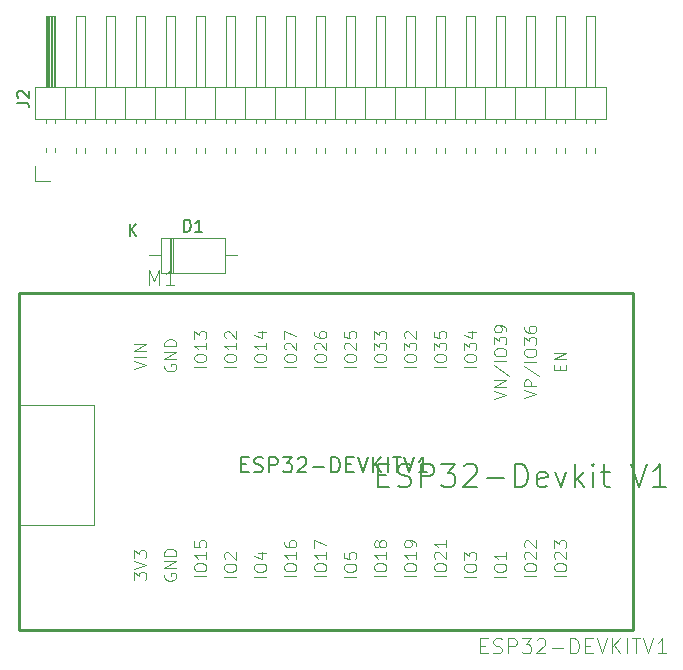
<source format=gbr>
%TF.GenerationSoftware,KiCad,Pcbnew,7.0.2*%
%TF.CreationDate,2024-04-19T19:58:46-03:00*%
%TF.ProjectId,HM_MAIN_ESP32_DEV-01,484d5f4d-4149-44e5-9f45-535033325f44,rev?*%
%TF.SameCoordinates,Original*%
%TF.FileFunction,Legend,Top*%
%TF.FilePolarity,Positive*%
%FSLAX46Y46*%
G04 Gerber Fmt 4.6, Leading zero omitted, Abs format (unit mm)*
G04 Created by KiCad (PCBNEW 7.0.2) date 2024-04-19 19:58:46*
%MOMM*%
%LPD*%
G01*
G04 APERTURE LIST*
%ADD10C,0.101600*%
%ADD11C,0.150000*%
%ADD12C,0.076200*%
%ADD13C,0.152400*%
%ADD14C,0.254000*%
%ADD15C,0.120000*%
G04 APERTURE END LIST*
D10*
%TO.C,M1*%
X83516904Y-57562526D02*
X83516904Y-56292526D01*
X83516904Y-56292526D02*
X83940238Y-57199669D01*
X83940238Y-57199669D02*
X84363571Y-56292526D01*
X84363571Y-56292526D02*
X84363571Y-57562526D01*
X85633572Y-57562526D02*
X84907857Y-57562526D01*
X85270714Y-57562526D02*
X85270714Y-56292526D01*
X85270714Y-56292526D02*
X85149762Y-56473954D01*
X85149762Y-56473954D02*
X85028810Y-56594907D01*
X85028810Y-56594907D02*
X84907857Y-56655383D01*
D11*
X91318332Y-72772288D02*
X91741666Y-72772288D01*
X91923094Y-73437526D02*
X91318332Y-73437526D01*
X91318332Y-73437526D02*
X91318332Y-72167526D01*
X91318332Y-72167526D02*
X91923094Y-72167526D01*
X92406904Y-73377050D02*
X92588333Y-73437526D01*
X92588333Y-73437526D02*
X92890714Y-73437526D01*
X92890714Y-73437526D02*
X93011666Y-73377050D01*
X93011666Y-73377050D02*
X93072142Y-73316573D01*
X93072142Y-73316573D02*
X93132619Y-73195621D01*
X93132619Y-73195621D02*
X93132619Y-73074669D01*
X93132619Y-73074669D02*
X93072142Y-72953716D01*
X93072142Y-72953716D02*
X93011666Y-72893240D01*
X93011666Y-72893240D02*
X92890714Y-72832764D01*
X92890714Y-72832764D02*
X92648809Y-72772288D01*
X92648809Y-72772288D02*
X92527857Y-72711811D01*
X92527857Y-72711811D02*
X92467380Y-72651335D01*
X92467380Y-72651335D02*
X92406904Y-72530383D01*
X92406904Y-72530383D02*
X92406904Y-72409430D01*
X92406904Y-72409430D02*
X92467380Y-72288478D01*
X92467380Y-72288478D02*
X92527857Y-72228002D01*
X92527857Y-72228002D02*
X92648809Y-72167526D01*
X92648809Y-72167526D02*
X92951190Y-72167526D01*
X92951190Y-72167526D02*
X93132619Y-72228002D01*
X93676904Y-73437526D02*
X93676904Y-72167526D01*
X93676904Y-72167526D02*
X94160714Y-72167526D01*
X94160714Y-72167526D02*
X94281666Y-72228002D01*
X94281666Y-72228002D02*
X94342143Y-72288478D01*
X94342143Y-72288478D02*
X94402619Y-72409430D01*
X94402619Y-72409430D02*
X94402619Y-72590859D01*
X94402619Y-72590859D02*
X94342143Y-72711811D01*
X94342143Y-72711811D02*
X94281666Y-72772288D01*
X94281666Y-72772288D02*
X94160714Y-72832764D01*
X94160714Y-72832764D02*
X93676904Y-72832764D01*
X94825952Y-72167526D02*
X95612143Y-72167526D01*
X95612143Y-72167526D02*
X95188809Y-72651335D01*
X95188809Y-72651335D02*
X95370238Y-72651335D01*
X95370238Y-72651335D02*
X95491190Y-72711811D01*
X95491190Y-72711811D02*
X95551666Y-72772288D01*
X95551666Y-72772288D02*
X95612143Y-72893240D01*
X95612143Y-72893240D02*
X95612143Y-73195621D01*
X95612143Y-73195621D02*
X95551666Y-73316573D01*
X95551666Y-73316573D02*
X95491190Y-73377050D01*
X95491190Y-73377050D02*
X95370238Y-73437526D01*
X95370238Y-73437526D02*
X95007381Y-73437526D01*
X95007381Y-73437526D02*
X94886428Y-73377050D01*
X94886428Y-73377050D02*
X94825952Y-73316573D01*
X96095952Y-72288478D02*
X96156428Y-72228002D01*
X96156428Y-72228002D02*
X96277381Y-72167526D01*
X96277381Y-72167526D02*
X96579762Y-72167526D01*
X96579762Y-72167526D02*
X96700714Y-72228002D01*
X96700714Y-72228002D02*
X96761190Y-72288478D01*
X96761190Y-72288478D02*
X96821667Y-72409430D01*
X96821667Y-72409430D02*
X96821667Y-72530383D01*
X96821667Y-72530383D02*
X96761190Y-72711811D01*
X96761190Y-72711811D02*
X96035476Y-73437526D01*
X96035476Y-73437526D02*
X96821667Y-73437526D01*
X97365952Y-72953716D02*
X98333572Y-72953716D01*
X98938333Y-73437526D02*
X98938333Y-72167526D01*
X98938333Y-72167526D02*
X99240714Y-72167526D01*
X99240714Y-72167526D02*
X99422143Y-72228002D01*
X99422143Y-72228002D02*
X99543095Y-72348954D01*
X99543095Y-72348954D02*
X99603572Y-72469907D01*
X99603572Y-72469907D02*
X99664048Y-72711811D01*
X99664048Y-72711811D02*
X99664048Y-72893240D01*
X99664048Y-72893240D02*
X99603572Y-73135145D01*
X99603572Y-73135145D02*
X99543095Y-73256097D01*
X99543095Y-73256097D02*
X99422143Y-73377050D01*
X99422143Y-73377050D02*
X99240714Y-73437526D01*
X99240714Y-73437526D02*
X98938333Y-73437526D01*
X100208333Y-72772288D02*
X100631667Y-72772288D01*
X100813095Y-73437526D02*
X100208333Y-73437526D01*
X100208333Y-73437526D02*
X100208333Y-72167526D01*
X100208333Y-72167526D02*
X100813095Y-72167526D01*
X101175953Y-72167526D02*
X101599286Y-73437526D01*
X101599286Y-73437526D02*
X102022620Y-72167526D01*
X102445952Y-73437526D02*
X102445952Y-72167526D01*
X103171667Y-73437526D02*
X102627381Y-72711811D01*
X103171667Y-72167526D02*
X102445952Y-72893240D01*
X103715952Y-73437526D02*
X103715952Y-72167526D01*
X104139286Y-72167526D02*
X104865000Y-72167526D01*
X104502143Y-73437526D02*
X104502143Y-72167526D01*
X105106905Y-72167526D02*
X105530238Y-73437526D01*
X105530238Y-73437526D02*
X105953572Y-72167526D01*
X107042143Y-73437526D02*
X106316428Y-73437526D01*
X106679285Y-73437526D02*
X106679285Y-72167526D01*
X106679285Y-72167526D02*
X106558333Y-72348954D01*
X106558333Y-72348954D02*
X106437381Y-72469907D01*
X106437381Y-72469907D02*
X106316428Y-72530383D01*
D12*
X95952260Y-82246669D02*
X94936260Y-82246669D01*
X94936260Y-81569335D02*
X94936260Y-81375811D01*
X94936260Y-81375811D02*
X94984641Y-81279049D01*
X94984641Y-81279049D02*
X95081403Y-81182287D01*
X95081403Y-81182287D02*
X95274927Y-81133906D01*
X95274927Y-81133906D02*
X95613594Y-81133906D01*
X95613594Y-81133906D02*
X95807118Y-81182287D01*
X95807118Y-81182287D02*
X95903880Y-81279049D01*
X95903880Y-81279049D02*
X95952260Y-81375811D01*
X95952260Y-81375811D02*
X95952260Y-81569335D01*
X95952260Y-81569335D02*
X95903880Y-81666097D01*
X95903880Y-81666097D02*
X95807118Y-81762859D01*
X95807118Y-81762859D02*
X95613594Y-81811240D01*
X95613594Y-81811240D02*
X95274927Y-81811240D01*
X95274927Y-81811240D02*
X95081403Y-81762859D01*
X95081403Y-81762859D02*
X94984641Y-81666097D01*
X94984641Y-81666097D02*
X94936260Y-81569335D01*
X95952260Y-80166287D02*
X95952260Y-80746859D01*
X95952260Y-80456573D02*
X94936260Y-80456573D01*
X94936260Y-80456573D02*
X95081403Y-80553335D01*
X95081403Y-80553335D02*
X95178165Y-80650097D01*
X95178165Y-80650097D02*
X95226546Y-80746859D01*
X94936260Y-79295430D02*
X94936260Y-79488954D01*
X94936260Y-79488954D02*
X94984641Y-79585716D01*
X94984641Y-79585716D02*
X95033022Y-79634097D01*
X95033022Y-79634097D02*
X95178165Y-79730859D01*
X95178165Y-79730859D02*
X95371689Y-79779240D01*
X95371689Y-79779240D02*
X95758737Y-79779240D01*
X95758737Y-79779240D02*
X95855499Y-79730859D01*
X95855499Y-79730859D02*
X95903880Y-79682478D01*
X95903880Y-79682478D02*
X95952260Y-79585716D01*
X95952260Y-79585716D02*
X95952260Y-79392192D01*
X95952260Y-79392192D02*
X95903880Y-79295430D01*
X95903880Y-79295430D02*
X95855499Y-79247049D01*
X95855499Y-79247049D02*
X95758737Y-79198668D01*
X95758737Y-79198668D02*
X95516832Y-79198668D01*
X95516832Y-79198668D02*
X95420070Y-79247049D01*
X95420070Y-79247049D02*
X95371689Y-79295430D01*
X95371689Y-79295430D02*
X95323308Y-79392192D01*
X95323308Y-79392192D02*
X95323308Y-79585716D01*
X95323308Y-79585716D02*
X95371689Y-79682478D01*
X95371689Y-79682478D02*
X95420070Y-79730859D01*
X95420070Y-79730859D02*
X95516832Y-79779240D01*
X90872260Y-82270860D02*
X89856260Y-82270860D01*
X89856260Y-81593526D02*
X89856260Y-81400002D01*
X89856260Y-81400002D02*
X89904641Y-81303240D01*
X89904641Y-81303240D02*
X90001403Y-81206478D01*
X90001403Y-81206478D02*
X90194927Y-81158097D01*
X90194927Y-81158097D02*
X90533594Y-81158097D01*
X90533594Y-81158097D02*
X90727118Y-81206478D01*
X90727118Y-81206478D02*
X90823880Y-81303240D01*
X90823880Y-81303240D02*
X90872260Y-81400002D01*
X90872260Y-81400002D02*
X90872260Y-81593526D01*
X90872260Y-81593526D02*
X90823880Y-81690288D01*
X90823880Y-81690288D02*
X90727118Y-81787050D01*
X90727118Y-81787050D02*
X90533594Y-81835431D01*
X90533594Y-81835431D02*
X90194927Y-81835431D01*
X90194927Y-81835431D02*
X90001403Y-81787050D01*
X90001403Y-81787050D02*
X89904641Y-81690288D01*
X89904641Y-81690288D02*
X89856260Y-81593526D01*
X89953022Y-80771050D02*
X89904641Y-80722669D01*
X89904641Y-80722669D02*
X89856260Y-80625907D01*
X89856260Y-80625907D02*
X89856260Y-80384002D01*
X89856260Y-80384002D02*
X89904641Y-80287240D01*
X89904641Y-80287240D02*
X89953022Y-80238859D01*
X89953022Y-80238859D02*
X90049784Y-80190478D01*
X90049784Y-80190478D02*
X90146546Y-80190478D01*
X90146546Y-80190478D02*
X90291689Y-80238859D01*
X90291689Y-80238859D02*
X90872260Y-80819431D01*
X90872260Y-80819431D02*
X90872260Y-80190478D01*
X88352580Y-64530169D02*
X87336580Y-64530169D01*
X87336580Y-63852835D02*
X87336580Y-63659311D01*
X87336580Y-63659311D02*
X87384961Y-63562549D01*
X87384961Y-63562549D02*
X87481723Y-63465787D01*
X87481723Y-63465787D02*
X87675247Y-63417406D01*
X87675247Y-63417406D02*
X88013914Y-63417406D01*
X88013914Y-63417406D02*
X88207438Y-63465787D01*
X88207438Y-63465787D02*
X88304200Y-63562549D01*
X88304200Y-63562549D02*
X88352580Y-63659311D01*
X88352580Y-63659311D02*
X88352580Y-63852835D01*
X88352580Y-63852835D02*
X88304200Y-63949597D01*
X88304200Y-63949597D02*
X88207438Y-64046359D01*
X88207438Y-64046359D02*
X88013914Y-64094740D01*
X88013914Y-64094740D02*
X87675247Y-64094740D01*
X87675247Y-64094740D02*
X87481723Y-64046359D01*
X87481723Y-64046359D02*
X87384961Y-63949597D01*
X87384961Y-63949597D02*
X87336580Y-63852835D01*
X88352580Y-62449787D02*
X88352580Y-63030359D01*
X88352580Y-62740073D02*
X87336580Y-62740073D01*
X87336580Y-62740073D02*
X87481723Y-62836835D01*
X87481723Y-62836835D02*
X87578485Y-62933597D01*
X87578485Y-62933597D02*
X87626866Y-63030359D01*
X87336580Y-62111121D02*
X87336580Y-61482168D01*
X87336580Y-61482168D02*
X87723628Y-61820835D01*
X87723628Y-61820835D02*
X87723628Y-61675692D01*
X87723628Y-61675692D02*
X87772009Y-61578930D01*
X87772009Y-61578930D02*
X87820390Y-61530549D01*
X87820390Y-61530549D02*
X87917152Y-61482168D01*
X87917152Y-61482168D02*
X88159057Y-61482168D01*
X88159057Y-61482168D02*
X88255819Y-61530549D01*
X88255819Y-61530549D02*
X88304200Y-61578930D01*
X88304200Y-61578930D02*
X88352580Y-61675692D01*
X88352580Y-61675692D02*
X88352580Y-61965978D01*
X88352580Y-61965978D02*
X88304200Y-62062740D01*
X88304200Y-62062740D02*
X88255819Y-62111121D01*
X111210040Y-64530169D02*
X110194040Y-64530169D01*
X110194040Y-63852835D02*
X110194040Y-63659311D01*
X110194040Y-63659311D02*
X110242421Y-63562549D01*
X110242421Y-63562549D02*
X110339183Y-63465787D01*
X110339183Y-63465787D02*
X110532707Y-63417406D01*
X110532707Y-63417406D02*
X110871374Y-63417406D01*
X110871374Y-63417406D02*
X111064898Y-63465787D01*
X111064898Y-63465787D02*
X111161660Y-63562549D01*
X111161660Y-63562549D02*
X111210040Y-63659311D01*
X111210040Y-63659311D02*
X111210040Y-63852835D01*
X111210040Y-63852835D02*
X111161660Y-63949597D01*
X111161660Y-63949597D02*
X111064898Y-64046359D01*
X111064898Y-64046359D02*
X110871374Y-64094740D01*
X110871374Y-64094740D02*
X110532707Y-64094740D01*
X110532707Y-64094740D02*
X110339183Y-64046359D01*
X110339183Y-64046359D02*
X110242421Y-63949597D01*
X110242421Y-63949597D02*
X110194040Y-63852835D01*
X110194040Y-63078740D02*
X110194040Y-62449787D01*
X110194040Y-62449787D02*
X110581088Y-62788454D01*
X110581088Y-62788454D02*
X110581088Y-62643311D01*
X110581088Y-62643311D02*
X110629469Y-62546549D01*
X110629469Y-62546549D02*
X110677850Y-62498168D01*
X110677850Y-62498168D02*
X110774612Y-62449787D01*
X110774612Y-62449787D02*
X111016517Y-62449787D01*
X111016517Y-62449787D02*
X111113279Y-62498168D01*
X111113279Y-62498168D02*
X111161660Y-62546549D01*
X111161660Y-62546549D02*
X111210040Y-62643311D01*
X111210040Y-62643311D02*
X111210040Y-62933597D01*
X111210040Y-62933597D02*
X111161660Y-63030359D01*
X111161660Y-63030359D02*
X111113279Y-63078740D01*
X110532707Y-61578930D02*
X111210040Y-61578930D01*
X110145660Y-61820835D02*
X110871374Y-62062740D01*
X110871374Y-62062740D02*
X110871374Y-61433787D01*
X103569720Y-82246669D02*
X102553720Y-82246669D01*
X102553720Y-81569335D02*
X102553720Y-81375811D01*
X102553720Y-81375811D02*
X102602101Y-81279049D01*
X102602101Y-81279049D02*
X102698863Y-81182287D01*
X102698863Y-81182287D02*
X102892387Y-81133906D01*
X102892387Y-81133906D02*
X103231054Y-81133906D01*
X103231054Y-81133906D02*
X103424578Y-81182287D01*
X103424578Y-81182287D02*
X103521340Y-81279049D01*
X103521340Y-81279049D02*
X103569720Y-81375811D01*
X103569720Y-81375811D02*
X103569720Y-81569335D01*
X103569720Y-81569335D02*
X103521340Y-81666097D01*
X103521340Y-81666097D02*
X103424578Y-81762859D01*
X103424578Y-81762859D02*
X103231054Y-81811240D01*
X103231054Y-81811240D02*
X102892387Y-81811240D01*
X102892387Y-81811240D02*
X102698863Y-81762859D01*
X102698863Y-81762859D02*
X102602101Y-81666097D01*
X102602101Y-81666097D02*
X102553720Y-81569335D01*
X103569720Y-80166287D02*
X103569720Y-80746859D01*
X103569720Y-80456573D02*
X102553720Y-80456573D01*
X102553720Y-80456573D02*
X102698863Y-80553335D01*
X102698863Y-80553335D02*
X102795625Y-80650097D01*
X102795625Y-80650097D02*
X102844006Y-80746859D01*
X102989149Y-79585716D02*
X102940768Y-79682478D01*
X102940768Y-79682478D02*
X102892387Y-79730859D01*
X102892387Y-79730859D02*
X102795625Y-79779240D01*
X102795625Y-79779240D02*
X102747244Y-79779240D01*
X102747244Y-79779240D02*
X102650482Y-79730859D01*
X102650482Y-79730859D02*
X102602101Y-79682478D01*
X102602101Y-79682478D02*
X102553720Y-79585716D01*
X102553720Y-79585716D02*
X102553720Y-79392192D01*
X102553720Y-79392192D02*
X102602101Y-79295430D01*
X102602101Y-79295430D02*
X102650482Y-79247049D01*
X102650482Y-79247049D02*
X102747244Y-79198668D01*
X102747244Y-79198668D02*
X102795625Y-79198668D01*
X102795625Y-79198668D02*
X102892387Y-79247049D01*
X102892387Y-79247049D02*
X102940768Y-79295430D01*
X102940768Y-79295430D02*
X102989149Y-79392192D01*
X102989149Y-79392192D02*
X102989149Y-79585716D01*
X102989149Y-79585716D02*
X103037530Y-79682478D01*
X103037530Y-79682478D02*
X103085911Y-79730859D01*
X103085911Y-79730859D02*
X103182673Y-79779240D01*
X103182673Y-79779240D02*
X103376197Y-79779240D01*
X103376197Y-79779240D02*
X103472959Y-79730859D01*
X103472959Y-79730859D02*
X103521340Y-79682478D01*
X103521340Y-79682478D02*
X103569720Y-79585716D01*
X103569720Y-79585716D02*
X103569720Y-79392192D01*
X103569720Y-79392192D02*
X103521340Y-79295430D01*
X103521340Y-79295430D02*
X103472959Y-79247049D01*
X103472959Y-79247049D02*
X103376197Y-79198668D01*
X103376197Y-79198668D02*
X103182673Y-79198668D01*
X103182673Y-79198668D02*
X103085911Y-79247049D01*
X103085911Y-79247049D02*
X103037530Y-79295430D01*
X103037530Y-79295430D02*
X102989149Y-79392192D01*
D10*
X111557052Y-88106268D02*
X111980386Y-88106268D01*
X112161814Y-88771506D02*
X111557052Y-88771506D01*
X111557052Y-88771506D02*
X111557052Y-87501506D01*
X111557052Y-87501506D02*
X112161814Y-87501506D01*
X112645624Y-88711030D02*
X112827053Y-88771506D01*
X112827053Y-88771506D02*
X113129434Y-88771506D01*
X113129434Y-88771506D02*
X113250386Y-88711030D01*
X113250386Y-88711030D02*
X113310862Y-88650553D01*
X113310862Y-88650553D02*
X113371339Y-88529601D01*
X113371339Y-88529601D02*
X113371339Y-88408649D01*
X113371339Y-88408649D02*
X113310862Y-88287696D01*
X113310862Y-88287696D02*
X113250386Y-88227220D01*
X113250386Y-88227220D02*
X113129434Y-88166744D01*
X113129434Y-88166744D02*
X112887529Y-88106268D01*
X112887529Y-88106268D02*
X112766577Y-88045791D01*
X112766577Y-88045791D02*
X112706100Y-87985315D01*
X112706100Y-87985315D02*
X112645624Y-87864363D01*
X112645624Y-87864363D02*
X112645624Y-87743410D01*
X112645624Y-87743410D02*
X112706100Y-87622458D01*
X112706100Y-87622458D02*
X112766577Y-87561982D01*
X112766577Y-87561982D02*
X112887529Y-87501506D01*
X112887529Y-87501506D02*
X113189910Y-87501506D01*
X113189910Y-87501506D02*
X113371339Y-87561982D01*
X113915624Y-88771506D02*
X113915624Y-87501506D01*
X113915624Y-87501506D02*
X114399434Y-87501506D01*
X114399434Y-87501506D02*
X114520386Y-87561982D01*
X114520386Y-87561982D02*
X114580863Y-87622458D01*
X114580863Y-87622458D02*
X114641339Y-87743410D01*
X114641339Y-87743410D02*
X114641339Y-87924839D01*
X114641339Y-87924839D02*
X114580863Y-88045791D01*
X114580863Y-88045791D02*
X114520386Y-88106268D01*
X114520386Y-88106268D02*
X114399434Y-88166744D01*
X114399434Y-88166744D02*
X113915624Y-88166744D01*
X115064672Y-87501506D02*
X115850863Y-87501506D01*
X115850863Y-87501506D02*
X115427529Y-87985315D01*
X115427529Y-87985315D02*
X115608958Y-87985315D01*
X115608958Y-87985315D02*
X115729910Y-88045791D01*
X115729910Y-88045791D02*
X115790386Y-88106268D01*
X115790386Y-88106268D02*
X115850863Y-88227220D01*
X115850863Y-88227220D02*
X115850863Y-88529601D01*
X115850863Y-88529601D02*
X115790386Y-88650553D01*
X115790386Y-88650553D02*
X115729910Y-88711030D01*
X115729910Y-88711030D02*
X115608958Y-88771506D01*
X115608958Y-88771506D02*
X115246101Y-88771506D01*
X115246101Y-88771506D02*
X115125148Y-88711030D01*
X115125148Y-88711030D02*
X115064672Y-88650553D01*
X116334672Y-87622458D02*
X116395148Y-87561982D01*
X116395148Y-87561982D02*
X116516101Y-87501506D01*
X116516101Y-87501506D02*
X116818482Y-87501506D01*
X116818482Y-87501506D02*
X116939434Y-87561982D01*
X116939434Y-87561982D02*
X116999910Y-87622458D01*
X116999910Y-87622458D02*
X117060387Y-87743410D01*
X117060387Y-87743410D02*
X117060387Y-87864363D01*
X117060387Y-87864363D02*
X116999910Y-88045791D01*
X116999910Y-88045791D02*
X116274196Y-88771506D01*
X116274196Y-88771506D02*
X117060387Y-88771506D01*
X117604672Y-88287696D02*
X118572292Y-88287696D01*
X119177053Y-88771506D02*
X119177053Y-87501506D01*
X119177053Y-87501506D02*
X119479434Y-87501506D01*
X119479434Y-87501506D02*
X119660863Y-87561982D01*
X119660863Y-87561982D02*
X119781815Y-87682934D01*
X119781815Y-87682934D02*
X119842292Y-87803887D01*
X119842292Y-87803887D02*
X119902768Y-88045791D01*
X119902768Y-88045791D02*
X119902768Y-88227220D01*
X119902768Y-88227220D02*
X119842292Y-88469125D01*
X119842292Y-88469125D02*
X119781815Y-88590077D01*
X119781815Y-88590077D02*
X119660863Y-88711030D01*
X119660863Y-88711030D02*
X119479434Y-88771506D01*
X119479434Y-88771506D02*
X119177053Y-88771506D01*
X120447053Y-88106268D02*
X120870387Y-88106268D01*
X121051815Y-88771506D02*
X120447053Y-88771506D01*
X120447053Y-88771506D02*
X120447053Y-87501506D01*
X120447053Y-87501506D02*
X121051815Y-87501506D01*
X121414673Y-87501506D02*
X121838006Y-88771506D01*
X121838006Y-88771506D02*
X122261340Y-87501506D01*
X122684672Y-88771506D02*
X122684672Y-87501506D01*
X123410387Y-88771506D02*
X122866101Y-88045791D01*
X123410387Y-87501506D02*
X122684672Y-88227220D01*
X123954672Y-88771506D02*
X123954672Y-87501506D01*
X124378006Y-87501506D02*
X125103720Y-87501506D01*
X124740863Y-88771506D02*
X124740863Y-87501506D01*
X125345625Y-87501506D02*
X125768958Y-88771506D01*
X125768958Y-88771506D02*
X126192292Y-87501506D01*
X127280863Y-88771506D02*
X126555148Y-88771506D01*
X126918005Y-88771506D02*
X126918005Y-87501506D01*
X126918005Y-87501506D02*
X126797053Y-87682934D01*
X126797053Y-87682934D02*
X126676101Y-87803887D01*
X126676101Y-87803887D02*
X126555148Y-87864363D01*
D12*
X93432580Y-64530169D02*
X92416580Y-64530169D01*
X92416580Y-63852835D02*
X92416580Y-63659311D01*
X92416580Y-63659311D02*
X92464961Y-63562549D01*
X92464961Y-63562549D02*
X92561723Y-63465787D01*
X92561723Y-63465787D02*
X92755247Y-63417406D01*
X92755247Y-63417406D02*
X93093914Y-63417406D01*
X93093914Y-63417406D02*
X93287438Y-63465787D01*
X93287438Y-63465787D02*
X93384200Y-63562549D01*
X93384200Y-63562549D02*
X93432580Y-63659311D01*
X93432580Y-63659311D02*
X93432580Y-63852835D01*
X93432580Y-63852835D02*
X93384200Y-63949597D01*
X93384200Y-63949597D02*
X93287438Y-64046359D01*
X93287438Y-64046359D02*
X93093914Y-64094740D01*
X93093914Y-64094740D02*
X92755247Y-64094740D01*
X92755247Y-64094740D02*
X92561723Y-64046359D01*
X92561723Y-64046359D02*
X92464961Y-63949597D01*
X92464961Y-63949597D02*
X92416580Y-63852835D01*
X93432580Y-62449787D02*
X93432580Y-63030359D01*
X93432580Y-62740073D02*
X92416580Y-62740073D01*
X92416580Y-62740073D02*
X92561723Y-62836835D01*
X92561723Y-62836835D02*
X92658485Y-62933597D01*
X92658485Y-62933597D02*
X92706866Y-63030359D01*
X92755247Y-61578930D02*
X93432580Y-61578930D01*
X92368200Y-61820835D02*
X93093914Y-62062740D01*
X93093914Y-62062740D02*
X93093914Y-61433787D01*
X93412260Y-82270860D02*
X92396260Y-82270860D01*
X92396260Y-81593526D02*
X92396260Y-81400002D01*
X92396260Y-81400002D02*
X92444641Y-81303240D01*
X92444641Y-81303240D02*
X92541403Y-81206478D01*
X92541403Y-81206478D02*
X92734927Y-81158097D01*
X92734927Y-81158097D02*
X93073594Y-81158097D01*
X93073594Y-81158097D02*
X93267118Y-81206478D01*
X93267118Y-81206478D02*
X93363880Y-81303240D01*
X93363880Y-81303240D02*
X93412260Y-81400002D01*
X93412260Y-81400002D02*
X93412260Y-81593526D01*
X93412260Y-81593526D02*
X93363880Y-81690288D01*
X93363880Y-81690288D02*
X93267118Y-81787050D01*
X93267118Y-81787050D02*
X93073594Y-81835431D01*
X93073594Y-81835431D02*
X92734927Y-81835431D01*
X92734927Y-81835431D02*
X92541403Y-81787050D01*
X92541403Y-81787050D02*
X92444641Y-81690288D01*
X92444641Y-81690288D02*
X92396260Y-81593526D01*
X92734927Y-80287240D02*
X93412260Y-80287240D01*
X92347880Y-80529145D02*
X93073594Y-80771050D01*
X93073594Y-80771050D02*
X93073594Y-80142097D01*
X84844961Y-64312454D02*
X84796580Y-64409216D01*
X84796580Y-64409216D02*
X84796580Y-64554359D01*
X84796580Y-64554359D02*
X84844961Y-64699502D01*
X84844961Y-64699502D02*
X84941723Y-64796264D01*
X84941723Y-64796264D02*
X85038485Y-64844645D01*
X85038485Y-64844645D02*
X85232009Y-64893026D01*
X85232009Y-64893026D02*
X85377152Y-64893026D01*
X85377152Y-64893026D02*
X85570676Y-64844645D01*
X85570676Y-64844645D02*
X85667438Y-64796264D01*
X85667438Y-64796264D02*
X85764200Y-64699502D01*
X85764200Y-64699502D02*
X85812580Y-64554359D01*
X85812580Y-64554359D02*
X85812580Y-64457597D01*
X85812580Y-64457597D02*
X85764200Y-64312454D01*
X85764200Y-64312454D02*
X85715819Y-64264073D01*
X85715819Y-64264073D02*
X85377152Y-64264073D01*
X85377152Y-64264073D02*
X85377152Y-64457597D01*
X85812580Y-63828645D02*
X84796580Y-63828645D01*
X84796580Y-63828645D02*
X85812580Y-63248073D01*
X85812580Y-63248073D02*
X84796580Y-63248073D01*
X85812580Y-62764264D02*
X84796580Y-62764264D01*
X84796580Y-62764264D02*
X84796580Y-62522359D01*
X84796580Y-62522359D02*
X84844961Y-62377216D01*
X84844961Y-62377216D02*
X84941723Y-62280454D01*
X84941723Y-62280454D02*
X85038485Y-62232073D01*
X85038485Y-62232073D02*
X85232009Y-62183692D01*
X85232009Y-62183692D02*
X85377152Y-62183692D01*
X85377152Y-62183692D02*
X85570676Y-62232073D01*
X85570676Y-62232073D02*
X85667438Y-62280454D01*
X85667438Y-62280454D02*
X85764200Y-62377216D01*
X85764200Y-62377216D02*
X85812580Y-62522359D01*
X85812580Y-62522359D02*
X85812580Y-62764264D01*
X82236260Y-82512764D02*
X82236260Y-81883811D01*
X82236260Y-81883811D02*
X82623308Y-82222478D01*
X82623308Y-82222478D02*
X82623308Y-82077335D01*
X82623308Y-82077335D02*
X82671689Y-81980573D01*
X82671689Y-81980573D02*
X82720070Y-81932192D01*
X82720070Y-81932192D02*
X82816832Y-81883811D01*
X82816832Y-81883811D02*
X83058737Y-81883811D01*
X83058737Y-81883811D02*
X83155499Y-81932192D01*
X83155499Y-81932192D02*
X83203880Y-81980573D01*
X83203880Y-81980573D02*
X83252260Y-82077335D01*
X83252260Y-82077335D02*
X83252260Y-82367621D01*
X83252260Y-82367621D02*
X83203880Y-82464383D01*
X83203880Y-82464383D02*
X83155499Y-82512764D01*
X82236260Y-81593526D02*
X83252260Y-81254859D01*
X83252260Y-81254859D02*
X82236260Y-80916192D01*
X82236260Y-80674288D02*
X82236260Y-80045335D01*
X82236260Y-80045335D02*
X82623308Y-80384002D01*
X82623308Y-80384002D02*
X82623308Y-80238859D01*
X82623308Y-80238859D02*
X82671689Y-80142097D01*
X82671689Y-80142097D02*
X82720070Y-80093716D01*
X82720070Y-80093716D02*
X82816832Y-80045335D01*
X82816832Y-80045335D02*
X83058737Y-80045335D01*
X83058737Y-80045335D02*
X83155499Y-80093716D01*
X83155499Y-80093716D02*
X83203880Y-80142097D01*
X83203880Y-80142097D02*
X83252260Y-80238859D01*
X83252260Y-80238859D02*
X83252260Y-80529145D01*
X83252260Y-80529145D02*
X83203880Y-80625907D01*
X83203880Y-80625907D02*
X83155499Y-80674288D01*
X88332260Y-82246669D02*
X87316260Y-82246669D01*
X87316260Y-81569335D02*
X87316260Y-81375811D01*
X87316260Y-81375811D02*
X87364641Y-81279049D01*
X87364641Y-81279049D02*
X87461403Y-81182287D01*
X87461403Y-81182287D02*
X87654927Y-81133906D01*
X87654927Y-81133906D02*
X87993594Y-81133906D01*
X87993594Y-81133906D02*
X88187118Y-81182287D01*
X88187118Y-81182287D02*
X88283880Y-81279049D01*
X88283880Y-81279049D02*
X88332260Y-81375811D01*
X88332260Y-81375811D02*
X88332260Y-81569335D01*
X88332260Y-81569335D02*
X88283880Y-81666097D01*
X88283880Y-81666097D02*
X88187118Y-81762859D01*
X88187118Y-81762859D02*
X87993594Y-81811240D01*
X87993594Y-81811240D02*
X87654927Y-81811240D01*
X87654927Y-81811240D02*
X87461403Y-81762859D01*
X87461403Y-81762859D02*
X87364641Y-81666097D01*
X87364641Y-81666097D02*
X87316260Y-81569335D01*
X88332260Y-80166287D02*
X88332260Y-80746859D01*
X88332260Y-80456573D02*
X87316260Y-80456573D01*
X87316260Y-80456573D02*
X87461403Y-80553335D01*
X87461403Y-80553335D02*
X87558165Y-80650097D01*
X87558165Y-80650097D02*
X87606546Y-80746859D01*
X87316260Y-79247049D02*
X87316260Y-79730859D01*
X87316260Y-79730859D02*
X87800070Y-79779240D01*
X87800070Y-79779240D02*
X87751689Y-79730859D01*
X87751689Y-79730859D02*
X87703308Y-79634097D01*
X87703308Y-79634097D02*
X87703308Y-79392192D01*
X87703308Y-79392192D02*
X87751689Y-79295430D01*
X87751689Y-79295430D02*
X87800070Y-79247049D01*
X87800070Y-79247049D02*
X87896832Y-79198668D01*
X87896832Y-79198668D02*
X88138737Y-79198668D01*
X88138737Y-79198668D02*
X88235499Y-79247049D01*
X88235499Y-79247049D02*
X88283880Y-79295430D01*
X88283880Y-79295430D02*
X88332260Y-79392192D01*
X88332260Y-79392192D02*
X88332260Y-79634097D01*
X88332260Y-79634097D02*
X88283880Y-79730859D01*
X88283880Y-79730859D02*
X88235499Y-79779240D01*
X118809720Y-82246669D02*
X117793720Y-82246669D01*
X117793720Y-81569335D02*
X117793720Y-81375811D01*
X117793720Y-81375811D02*
X117842101Y-81279049D01*
X117842101Y-81279049D02*
X117938863Y-81182287D01*
X117938863Y-81182287D02*
X118132387Y-81133906D01*
X118132387Y-81133906D02*
X118471054Y-81133906D01*
X118471054Y-81133906D02*
X118664578Y-81182287D01*
X118664578Y-81182287D02*
X118761340Y-81279049D01*
X118761340Y-81279049D02*
X118809720Y-81375811D01*
X118809720Y-81375811D02*
X118809720Y-81569335D01*
X118809720Y-81569335D02*
X118761340Y-81666097D01*
X118761340Y-81666097D02*
X118664578Y-81762859D01*
X118664578Y-81762859D02*
X118471054Y-81811240D01*
X118471054Y-81811240D02*
X118132387Y-81811240D01*
X118132387Y-81811240D02*
X117938863Y-81762859D01*
X117938863Y-81762859D02*
X117842101Y-81666097D01*
X117842101Y-81666097D02*
X117793720Y-81569335D01*
X117890482Y-80746859D02*
X117842101Y-80698478D01*
X117842101Y-80698478D02*
X117793720Y-80601716D01*
X117793720Y-80601716D02*
X117793720Y-80359811D01*
X117793720Y-80359811D02*
X117842101Y-80263049D01*
X117842101Y-80263049D02*
X117890482Y-80214668D01*
X117890482Y-80214668D02*
X117987244Y-80166287D01*
X117987244Y-80166287D02*
X118084006Y-80166287D01*
X118084006Y-80166287D02*
X118229149Y-80214668D01*
X118229149Y-80214668D02*
X118809720Y-80795240D01*
X118809720Y-80795240D02*
X118809720Y-80166287D01*
X117793720Y-79827621D02*
X117793720Y-79198668D01*
X117793720Y-79198668D02*
X118180768Y-79537335D01*
X118180768Y-79537335D02*
X118180768Y-79392192D01*
X118180768Y-79392192D02*
X118229149Y-79295430D01*
X118229149Y-79295430D02*
X118277530Y-79247049D01*
X118277530Y-79247049D02*
X118374292Y-79198668D01*
X118374292Y-79198668D02*
X118616197Y-79198668D01*
X118616197Y-79198668D02*
X118712959Y-79247049D01*
X118712959Y-79247049D02*
X118761340Y-79295430D01*
X118761340Y-79295430D02*
X118809720Y-79392192D01*
X118809720Y-79392192D02*
X118809720Y-79682478D01*
X118809720Y-79682478D02*
X118761340Y-79779240D01*
X118761340Y-79779240D02*
X118712959Y-79827621D01*
X82256580Y-64651122D02*
X83272580Y-64312455D01*
X83272580Y-64312455D02*
X82256580Y-63973788D01*
X83272580Y-63635122D02*
X82256580Y-63635122D01*
X83272580Y-63151312D02*
X82256580Y-63151312D01*
X82256580Y-63151312D02*
X83272580Y-62570740D01*
X83272580Y-62570740D02*
X82256580Y-62570740D01*
X84824641Y-82028954D02*
X84776260Y-82125716D01*
X84776260Y-82125716D02*
X84776260Y-82270859D01*
X84776260Y-82270859D02*
X84824641Y-82416002D01*
X84824641Y-82416002D02*
X84921403Y-82512764D01*
X84921403Y-82512764D02*
X85018165Y-82561145D01*
X85018165Y-82561145D02*
X85211689Y-82609526D01*
X85211689Y-82609526D02*
X85356832Y-82609526D01*
X85356832Y-82609526D02*
X85550356Y-82561145D01*
X85550356Y-82561145D02*
X85647118Y-82512764D01*
X85647118Y-82512764D02*
X85743880Y-82416002D01*
X85743880Y-82416002D02*
X85792260Y-82270859D01*
X85792260Y-82270859D02*
X85792260Y-82174097D01*
X85792260Y-82174097D02*
X85743880Y-82028954D01*
X85743880Y-82028954D02*
X85695499Y-81980573D01*
X85695499Y-81980573D02*
X85356832Y-81980573D01*
X85356832Y-81980573D02*
X85356832Y-82174097D01*
X85792260Y-81545145D02*
X84776260Y-81545145D01*
X84776260Y-81545145D02*
X85792260Y-80964573D01*
X85792260Y-80964573D02*
X84776260Y-80964573D01*
X85792260Y-80480764D02*
X84776260Y-80480764D01*
X84776260Y-80480764D02*
X84776260Y-80238859D01*
X84776260Y-80238859D02*
X84824641Y-80093716D01*
X84824641Y-80093716D02*
X84921403Y-79996954D01*
X84921403Y-79996954D02*
X85018165Y-79948573D01*
X85018165Y-79948573D02*
X85211689Y-79900192D01*
X85211689Y-79900192D02*
X85356832Y-79900192D01*
X85356832Y-79900192D02*
X85550356Y-79948573D01*
X85550356Y-79948573D02*
X85647118Y-79996954D01*
X85647118Y-79996954D02*
X85743880Y-80093716D01*
X85743880Y-80093716D02*
X85792260Y-80238859D01*
X85792260Y-80238859D02*
X85792260Y-80480764D01*
X108670040Y-64530169D02*
X107654040Y-64530169D01*
X107654040Y-63852835D02*
X107654040Y-63659311D01*
X107654040Y-63659311D02*
X107702421Y-63562549D01*
X107702421Y-63562549D02*
X107799183Y-63465787D01*
X107799183Y-63465787D02*
X107992707Y-63417406D01*
X107992707Y-63417406D02*
X108331374Y-63417406D01*
X108331374Y-63417406D02*
X108524898Y-63465787D01*
X108524898Y-63465787D02*
X108621660Y-63562549D01*
X108621660Y-63562549D02*
X108670040Y-63659311D01*
X108670040Y-63659311D02*
X108670040Y-63852835D01*
X108670040Y-63852835D02*
X108621660Y-63949597D01*
X108621660Y-63949597D02*
X108524898Y-64046359D01*
X108524898Y-64046359D02*
X108331374Y-64094740D01*
X108331374Y-64094740D02*
X107992707Y-64094740D01*
X107992707Y-64094740D02*
X107799183Y-64046359D01*
X107799183Y-64046359D02*
X107702421Y-63949597D01*
X107702421Y-63949597D02*
X107654040Y-63852835D01*
X107654040Y-63078740D02*
X107654040Y-62449787D01*
X107654040Y-62449787D02*
X108041088Y-62788454D01*
X108041088Y-62788454D02*
X108041088Y-62643311D01*
X108041088Y-62643311D02*
X108089469Y-62546549D01*
X108089469Y-62546549D02*
X108137850Y-62498168D01*
X108137850Y-62498168D02*
X108234612Y-62449787D01*
X108234612Y-62449787D02*
X108476517Y-62449787D01*
X108476517Y-62449787D02*
X108573279Y-62498168D01*
X108573279Y-62498168D02*
X108621660Y-62546549D01*
X108621660Y-62546549D02*
X108670040Y-62643311D01*
X108670040Y-62643311D02*
X108670040Y-62933597D01*
X108670040Y-62933597D02*
X108621660Y-63030359D01*
X108621660Y-63030359D02*
X108573279Y-63078740D01*
X107654040Y-61530549D02*
X107654040Y-62014359D01*
X107654040Y-62014359D02*
X108137850Y-62062740D01*
X108137850Y-62062740D02*
X108089469Y-62014359D01*
X108089469Y-62014359D02*
X108041088Y-61917597D01*
X108041088Y-61917597D02*
X108041088Y-61675692D01*
X108041088Y-61675692D02*
X108089469Y-61578930D01*
X108089469Y-61578930D02*
X108137850Y-61530549D01*
X108137850Y-61530549D02*
X108234612Y-61482168D01*
X108234612Y-61482168D02*
X108476517Y-61482168D01*
X108476517Y-61482168D02*
X108573279Y-61530549D01*
X108573279Y-61530549D02*
X108621660Y-61578930D01*
X108621660Y-61578930D02*
X108670040Y-61675692D01*
X108670040Y-61675692D02*
X108670040Y-61917597D01*
X108670040Y-61917597D02*
X108621660Y-62014359D01*
X108621660Y-62014359D02*
X108573279Y-62062740D01*
X111189720Y-82270860D02*
X110173720Y-82270860D01*
X110173720Y-81593526D02*
X110173720Y-81400002D01*
X110173720Y-81400002D02*
X110222101Y-81303240D01*
X110222101Y-81303240D02*
X110318863Y-81206478D01*
X110318863Y-81206478D02*
X110512387Y-81158097D01*
X110512387Y-81158097D02*
X110851054Y-81158097D01*
X110851054Y-81158097D02*
X111044578Y-81206478D01*
X111044578Y-81206478D02*
X111141340Y-81303240D01*
X111141340Y-81303240D02*
X111189720Y-81400002D01*
X111189720Y-81400002D02*
X111189720Y-81593526D01*
X111189720Y-81593526D02*
X111141340Y-81690288D01*
X111141340Y-81690288D02*
X111044578Y-81787050D01*
X111044578Y-81787050D02*
X110851054Y-81835431D01*
X110851054Y-81835431D02*
X110512387Y-81835431D01*
X110512387Y-81835431D02*
X110318863Y-81787050D01*
X110318863Y-81787050D02*
X110222101Y-81690288D01*
X110222101Y-81690288D02*
X110173720Y-81593526D01*
X110173720Y-80819431D02*
X110173720Y-80190478D01*
X110173720Y-80190478D02*
X110560768Y-80529145D01*
X110560768Y-80529145D02*
X110560768Y-80384002D01*
X110560768Y-80384002D02*
X110609149Y-80287240D01*
X110609149Y-80287240D02*
X110657530Y-80238859D01*
X110657530Y-80238859D02*
X110754292Y-80190478D01*
X110754292Y-80190478D02*
X110996197Y-80190478D01*
X110996197Y-80190478D02*
X111092959Y-80238859D01*
X111092959Y-80238859D02*
X111141340Y-80287240D01*
X111141340Y-80287240D02*
X111189720Y-80384002D01*
X111189720Y-80384002D02*
X111189720Y-80674288D01*
X111189720Y-80674288D02*
X111141340Y-80771050D01*
X111141340Y-80771050D02*
X111092959Y-80819431D01*
X95972580Y-64530169D02*
X94956580Y-64530169D01*
X94956580Y-63852835D02*
X94956580Y-63659311D01*
X94956580Y-63659311D02*
X95004961Y-63562549D01*
X95004961Y-63562549D02*
X95101723Y-63465787D01*
X95101723Y-63465787D02*
X95295247Y-63417406D01*
X95295247Y-63417406D02*
X95633914Y-63417406D01*
X95633914Y-63417406D02*
X95827438Y-63465787D01*
X95827438Y-63465787D02*
X95924200Y-63562549D01*
X95924200Y-63562549D02*
X95972580Y-63659311D01*
X95972580Y-63659311D02*
X95972580Y-63852835D01*
X95972580Y-63852835D02*
X95924200Y-63949597D01*
X95924200Y-63949597D02*
X95827438Y-64046359D01*
X95827438Y-64046359D02*
X95633914Y-64094740D01*
X95633914Y-64094740D02*
X95295247Y-64094740D01*
X95295247Y-64094740D02*
X95101723Y-64046359D01*
X95101723Y-64046359D02*
X95004961Y-63949597D01*
X95004961Y-63949597D02*
X94956580Y-63852835D01*
X95053342Y-63030359D02*
X95004961Y-62981978D01*
X95004961Y-62981978D02*
X94956580Y-62885216D01*
X94956580Y-62885216D02*
X94956580Y-62643311D01*
X94956580Y-62643311D02*
X95004961Y-62546549D01*
X95004961Y-62546549D02*
X95053342Y-62498168D01*
X95053342Y-62498168D02*
X95150104Y-62449787D01*
X95150104Y-62449787D02*
X95246866Y-62449787D01*
X95246866Y-62449787D02*
X95392009Y-62498168D01*
X95392009Y-62498168D02*
X95972580Y-63078740D01*
X95972580Y-63078740D02*
X95972580Y-62449787D01*
X94956580Y-62111121D02*
X94956580Y-61433787D01*
X94956580Y-61433787D02*
X95972580Y-61869216D01*
X115274040Y-67166931D02*
X116290040Y-66828264D01*
X116290040Y-66828264D02*
X115274040Y-66489597D01*
X116290040Y-66150931D02*
X115274040Y-66150931D01*
X115274040Y-66150931D02*
X115274040Y-65763883D01*
X115274040Y-65763883D02*
X115322421Y-65667121D01*
X115322421Y-65667121D02*
X115370802Y-65618740D01*
X115370802Y-65618740D02*
X115467564Y-65570359D01*
X115467564Y-65570359D02*
X115612707Y-65570359D01*
X115612707Y-65570359D02*
X115709469Y-65618740D01*
X115709469Y-65618740D02*
X115757850Y-65667121D01*
X115757850Y-65667121D02*
X115806231Y-65763883D01*
X115806231Y-65763883D02*
X115806231Y-66150931D01*
X115225660Y-64409216D02*
X116531945Y-65280074D01*
X116290040Y-64070550D02*
X115274040Y-64070550D01*
X115274040Y-63393216D02*
X115274040Y-63199692D01*
X115274040Y-63199692D02*
X115322421Y-63102930D01*
X115322421Y-63102930D02*
X115419183Y-63006168D01*
X115419183Y-63006168D02*
X115612707Y-62957787D01*
X115612707Y-62957787D02*
X115951374Y-62957787D01*
X115951374Y-62957787D02*
X116144898Y-63006168D01*
X116144898Y-63006168D02*
X116241660Y-63102930D01*
X116241660Y-63102930D02*
X116290040Y-63199692D01*
X116290040Y-63199692D02*
X116290040Y-63393216D01*
X116290040Y-63393216D02*
X116241660Y-63489978D01*
X116241660Y-63489978D02*
X116144898Y-63586740D01*
X116144898Y-63586740D02*
X115951374Y-63635121D01*
X115951374Y-63635121D02*
X115612707Y-63635121D01*
X115612707Y-63635121D02*
X115419183Y-63586740D01*
X115419183Y-63586740D02*
X115322421Y-63489978D01*
X115322421Y-63489978D02*
X115274040Y-63393216D01*
X115274040Y-62619121D02*
X115274040Y-61990168D01*
X115274040Y-61990168D02*
X115661088Y-62328835D01*
X115661088Y-62328835D02*
X115661088Y-62183692D01*
X115661088Y-62183692D02*
X115709469Y-62086930D01*
X115709469Y-62086930D02*
X115757850Y-62038549D01*
X115757850Y-62038549D02*
X115854612Y-61990168D01*
X115854612Y-61990168D02*
X116096517Y-61990168D01*
X116096517Y-61990168D02*
X116193279Y-62038549D01*
X116193279Y-62038549D02*
X116241660Y-62086930D01*
X116241660Y-62086930D02*
X116290040Y-62183692D01*
X116290040Y-62183692D02*
X116290040Y-62473978D01*
X116290040Y-62473978D02*
X116241660Y-62570740D01*
X116241660Y-62570740D02*
X116193279Y-62619121D01*
X115274040Y-61119311D02*
X115274040Y-61312835D01*
X115274040Y-61312835D02*
X115322421Y-61409597D01*
X115322421Y-61409597D02*
X115370802Y-61457978D01*
X115370802Y-61457978D02*
X115515945Y-61554740D01*
X115515945Y-61554740D02*
X115709469Y-61603121D01*
X115709469Y-61603121D02*
X116096517Y-61603121D01*
X116096517Y-61603121D02*
X116193279Y-61554740D01*
X116193279Y-61554740D02*
X116241660Y-61506359D01*
X116241660Y-61506359D02*
X116290040Y-61409597D01*
X116290040Y-61409597D02*
X116290040Y-61216073D01*
X116290040Y-61216073D02*
X116241660Y-61119311D01*
X116241660Y-61119311D02*
X116193279Y-61070930D01*
X116193279Y-61070930D02*
X116096517Y-61022549D01*
X116096517Y-61022549D02*
X115854612Y-61022549D01*
X115854612Y-61022549D02*
X115757850Y-61070930D01*
X115757850Y-61070930D02*
X115709469Y-61119311D01*
X115709469Y-61119311D02*
X115661088Y-61216073D01*
X115661088Y-61216073D02*
X115661088Y-61409597D01*
X115661088Y-61409597D02*
X115709469Y-61506359D01*
X115709469Y-61506359D02*
X115757850Y-61554740D01*
X115757850Y-61554740D02*
X115854612Y-61603121D01*
X116269720Y-82246669D02*
X115253720Y-82246669D01*
X115253720Y-81569335D02*
X115253720Y-81375811D01*
X115253720Y-81375811D02*
X115302101Y-81279049D01*
X115302101Y-81279049D02*
X115398863Y-81182287D01*
X115398863Y-81182287D02*
X115592387Y-81133906D01*
X115592387Y-81133906D02*
X115931054Y-81133906D01*
X115931054Y-81133906D02*
X116124578Y-81182287D01*
X116124578Y-81182287D02*
X116221340Y-81279049D01*
X116221340Y-81279049D02*
X116269720Y-81375811D01*
X116269720Y-81375811D02*
X116269720Y-81569335D01*
X116269720Y-81569335D02*
X116221340Y-81666097D01*
X116221340Y-81666097D02*
X116124578Y-81762859D01*
X116124578Y-81762859D02*
X115931054Y-81811240D01*
X115931054Y-81811240D02*
X115592387Y-81811240D01*
X115592387Y-81811240D02*
X115398863Y-81762859D01*
X115398863Y-81762859D02*
X115302101Y-81666097D01*
X115302101Y-81666097D02*
X115253720Y-81569335D01*
X115350482Y-80746859D02*
X115302101Y-80698478D01*
X115302101Y-80698478D02*
X115253720Y-80601716D01*
X115253720Y-80601716D02*
X115253720Y-80359811D01*
X115253720Y-80359811D02*
X115302101Y-80263049D01*
X115302101Y-80263049D02*
X115350482Y-80214668D01*
X115350482Y-80214668D02*
X115447244Y-80166287D01*
X115447244Y-80166287D02*
X115544006Y-80166287D01*
X115544006Y-80166287D02*
X115689149Y-80214668D01*
X115689149Y-80214668D02*
X116269720Y-80795240D01*
X116269720Y-80795240D02*
X116269720Y-80166287D01*
X115350482Y-79779240D02*
X115302101Y-79730859D01*
X115302101Y-79730859D02*
X115253720Y-79634097D01*
X115253720Y-79634097D02*
X115253720Y-79392192D01*
X115253720Y-79392192D02*
X115302101Y-79295430D01*
X115302101Y-79295430D02*
X115350482Y-79247049D01*
X115350482Y-79247049D02*
X115447244Y-79198668D01*
X115447244Y-79198668D02*
X115544006Y-79198668D01*
X115544006Y-79198668D02*
X115689149Y-79247049D01*
X115689149Y-79247049D02*
X116269720Y-79827621D01*
X116269720Y-79827621D02*
X116269720Y-79198668D01*
X103590040Y-64530169D02*
X102574040Y-64530169D01*
X102574040Y-63852835D02*
X102574040Y-63659311D01*
X102574040Y-63659311D02*
X102622421Y-63562549D01*
X102622421Y-63562549D02*
X102719183Y-63465787D01*
X102719183Y-63465787D02*
X102912707Y-63417406D01*
X102912707Y-63417406D02*
X103251374Y-63417406D01*
X103251374Y-63417406D02*
X103444898Y-63465787D01*
X103444898Y-63465787D02*
X103541660Y-63562549D01*
X103541660Y-63562549D02*
X103590040Y-63659311D01*
X103590040Y-63659311D02*
X103590040Y-63852835D01*
X103590040Y-63852835D02*
X103541660Y-63949597D01*
X103541660Y-63949597D02*
X103444898Y-64046359D01*
X103444898Y-64046359D02*
X103251374Y-64094740D01*
X103251374Y-64094740D02*
X102912707Y-64094740D01*
X102912707Y-64094740D02*
X102719183Y-64046359D01*
X102719183Y-64046359D02*
X102622421Y-63949597D01*
X102622421Y-63949597D02*
X102574040Y-63852835D01*
X102574040Y-63078740D02*
X102574040Y-62449787D01*
X102574040Y-62449787D02*
X102961088Y-62788454D01*
X102961088Y-62788454D02*
X102961088Y-62643311D01*
X102961088Y-62643311D02*
X103009469Y-62546549D01*
X103009469Y-62546549D02*
X103057850Y-62498168D01*
X103057850Y-62498168D02*
X103154612Y-62449787D01*
X103154612Y-62449787D02*
X103396517Y-62449787D01*
X103396517Y-62449787D02*
X103493279Y-62498168D01*
X103493279Y-62498168D02*
X103541660Y-62546549D01*
X103541660Y-62546549D02*
X103590040Y-62643311D01*
X103590040Y-62643311D02*
X103590040Y-62933597D01*
X103590040Y-62933597D02*
X103541660Y-63030359D01*
X103541660Y-63030359D02*
X103493279Y-63078740D01*
X102574040Y-62111121D02*
X102574040Y-61482168D01*
X102574040Y-61482168D02*
X102961088Y-61820835D01*
X102961088Y-61820835D02*
X102961088Y-61675692D01*
X102961088Y-61675692D02*
X103009469Y-61578930D01*
X103009469Y-61578930D02*
X103057850Y-61530549D01*
X103057850Y-61530549D02*
X103154612Y-61482168D01*
X103154612Y-61482168D02*
X103396517Y-61482168D01*
X103396517Y-61482168D02*
X103493279Y-61530549D01*
X103493279Y-61530549D02*
X103541660Y-61578930D01*
X103541660Y-61578930D02*
X103590040Y-61675692D01*
X103590040Y-61675692D02*
X103590040Y-61965978D01*
X103590040Y-61965978D02*
X103541660Y-62062740D01*
X103541660Y-62062740D02*
X103493279Y-62111121D01*
X112734040Y-67191122D02*
X113750040Y-66852455D01*
X113750040Y-66852455D02*
X112734040Y-66513788D01*
X113750040Y-66175122D02*
X112734040Y-66175122D01*
X112734040Y-66175122D02*
X113750040Y-65594550D01*
X113750040Y-65594550D02*
X112734040Y-65594550D01*
X112685660Y-64385026D02*
X113991945Y-65255884D01*
X113750040Y-64046360D02*
X112734040Y-64046360D01*
X112734040Y-63369026D02*
X112734040Y-63175502D01*
X112734040Y-63175502D02*
X112782421Y-63078740D01*
X112782421Y-63078740D02*
X112879183Y-62981978D01*
X112879183Y-62981978D02*
X113072707Y-62933597D01*
X113072707Y-62933597D02*
X113411374Y-62933597D01*
X113411374Y-62933597D02*
X113604898Y-62981978D01*
X113604898Y-62981978D02*
X113701660Y-63078740D01*
X113701660Y-63078740D02*
X113750040Y-63175502D01*
X113750040Y-63175502D02*
X113750040Y-63369026D01*
X113750040Y-63369026D02*
X113701660Y-63465788D01*
X113701660Y-63465788D02*
X113604898Y-63562550D01*
X113604898Y-63562550D02*
X113411374Y-63610931D01*
X113411374Y-63610931D02*
X113072707Y-63610931D01*
X113072707Y-63610931D02*
X112879183Y-63562550D01*
X112879183Y-63562550D02*
X112782421Y-63465788D01*
X112782421Y-63465788D02*
X112734040Y-63369026D01*
X112734040Y-62594931D02*
X112734040Y-61965978D01*
X112734040Y-61965978D02*
X113121088Y-62304645D01*
X113121088Y-62304645D02*
X113121088Y-62159502D01*
X113121088Y-62159502D02*
X113169469Y-62062740D01*
X113169469Y-62062740D02*
X113217850Y-62014359D01*
X113217850Y-62014359D02*
X113314612Y-61965978D01*
X113314612Y-61965978D02*
X113556517Y-61965978D01*
X113556517Y-61965978D02*
X113653279Y-62014359D01*
X113653279Y-62014359D02*
X113701660Y-62062740D01*
X113701660Y-62062740D02*
X113750040Y-62159502D01*
X113750040Y-62159502D02*
X113750040Y-62449788D01*
X113750040Y-62449788D02*
X113701660Y-62546550D01*
X113701660Y-62546550D02*
X113653279Y-62594931D01*
X113750040Y-61482169D02*
X113750040Y-61288645D01*
X113750040Y-61288645D02*
X113701660Y-61191883D01*
X113701660Y-61191883D02*
X113653279Y-61143502D01*
X113653279Y-61143502D02*
X113508136Y-61046740D01*
X113508136Y-61046740D02*
X113314612Y-60998359D01*
X113314612Y-60998359D02*
X112927564Y-60998359D01*
X112927564Y-60998359D02*
X112830802Y-61046740D01*
X112830802Y-61046740D02*
X112782421Y-61095121D01*
X112782421Y-61095121D02*
X112734040Y-61191883D01*
X112734040Y-61191883D02*
X112734040Y-61385407D01*
X112734040Y-61385407D02*
X112782421Y-61482169D01*
X112782421Y-61482169D02*
X112830802Y-61530550D01*
X112830802Y-61530550D02*
X112927564Y-61578931D01*
X112927564Y-61578931D02*
X113169469Y-61578931D01*
X113169469Y-61578931D02*
X113266231Y-61530550D01*
X113266231Y-61530550D02*
X113314612Y-61482169D01*
X113314612Y-61482169D02*
X113362993Y-61385407D01*
X113362993Y-61385407D02*
X113362993Y-61191883D01*
X113362993Y-61191883D02*
X113314612Y-61095121D01*
X113314612Y-61095121D02*
X113266231Y-61046740D01*
X113266231Y-61046740D02*
X113169469Y-60998359D01*
X98512580Y-64530169D02*
X97496580Y-64530169D01*
X97496580Y-63852835D02*
X97496580Y-63659311D01*
X97496580Y-63659311D02*
X97544961Y-63562549D01*
X97544961Y-63562549D02*
X97641723Y-63465787D01*
X97641723Y-63465787D02*
X97835247Y-63417406D01*
X97835247Y-63417406D02*
X98173914Y-63417406D01*
X98173914Y-63417406D02*
X98367438Y-63465787D01*
X98367438Y-63465787D02*
X98464200Y-63562549D01*
X98464200Y-63562549D02*
X98512580Y-63659311D01*
X98512580Y-63659311D02*
X98512580Y-63852835D01*
X98512580Y-63852835D02*
X98464200Y-63949597D01*
X98464200Y-63949597D02*
X98367438Y-64046359D01*
X98367438Y-64046359D02*
X98173914Y-64094740D01*
X98173914Y-64094740D02*
X97835247Y-64094740D01*
X97835247Y-64094740D02*
X97641723Y-64046359D01*
X97641723Y-64046359D02*
X97544961Y-63949597D01*
X97544961Y-63949597D02*
X97496580Y-63852835D01*
X97593342Y-63030359D02*
X97544961Y-62981978D01*
X97544961Y-62981978D02*
X97496580Y-62885216D01*
X97496580Y-62885216D02*
X97496580Y-62643311D01*
X97496580Y-62643311D02*
X97544961Y-62546549D01*
X97544961Y-62546549D02*
X97593342Y-62498168D01*
X97593342Y-62498168D02*
X97690104Y-62449787D01*
X97690104Y-62449787D02*
X97786866Y-62449787D01*
X97786866Y-62449787D02*
X97932009Y-62498168D01*
X97932009Y-62498168D02*
X98512580Y-63078740D01*
X98512580Y-63078740D02*
X98512580Y-62449787D01*
X97496580Y-61578930D02*
X97496580Y-61772454D01*
X97496580Y-61772454D02*
X97544961Y-61869216D01*
X97544961Y-61869216D02*
X97593342Y-61917597D01*
X97593342Y-61917597D02*
X97738485Y-62014359D01*
X97738485Y-62014359D02*
X97932009Y-62062740D01*
X97932009Y-62062740D02*
X98319057Y-62062740D01*
X98319057Y-62062740D02*
X98415819Y-62014359D01*
X98415819Y-62014359D02*
X98464200Y-61965978D01*
X98464200Y-61965978D02*
X98512580Y-61869216D01*
X98512580Y-61869216D02*
X98512580Y-61675692D01*
X98512580Y-61675692D02*
X98464200Y-61578930D01*
X98464200Y-61578930D02*
X98415819Y-61530549D01*
X98415819Y-61530549D02*
X98319057Y-61482168D01*
X98319057Y-61482168D02*
X98077152Y-61482168D01*
X98077152Y-61482168D02*
X97980390Y-61530549D01*
X97980390Y-61530549D02*
X97932009Y-61578930D01*
X97932009Y-61578930D02*
X97883628Y-61675692D01*
X97883628Y-61675692D02*
X97883628Y-61869216D01*
X97883628Y-61869216D02*
X97932009Y-61965978D01*
X97932009Y-61965978D02*
X97980390Y-62014359D01*
X97980390Y-62014359D02*
X98077152Y-62062740D01*
X108649720Y-82246669D02*
X107633720Y-82246669D01*
X107633720Y-81569335D02*
X107633720Y-81375811D01*
X107633720Y-81375811D02*
X107682101Y-81279049D01*
X107682101Y-81279049D02*
X107778863Y-81182287D01*
X107778863Y-81182287D02*
X107972387Y-81133906D01*
X107972387Y-81133906D02*
X108311054Y-81133906D01*
X108311054Y-81133906D02*
X108504578Y-81182287D01*
X108504578Y-81182287D02*
X108601340Y-81279049D01*
X108601340Y-81279049D02*
X108649720Y-81375811D01*
X108649720Y-81375811D02*
X108649720Y-81569335D01*
X108649720Y-81569335D02*
X108601340Y-81666097D01*
X108601340Y-81666097D02*
X108504578Y-81762859D01*
X108504578Y-81762859D02*
X108311054Y-81811240D01*
X108311054Y-81811240D02*
X107972387Y-81811240D01*
X107972387Y-81811240D02*
X107778863Y-81762859D01*
X107778863Y-81762859D02*
X107682101Y-81666097D01*
X107682101Y-81666097D02*
X107633720Y-81569335D01*
X107730482Y-80746859D02*
X107682101Y-80698478D01*
X107682101Y-80698478D02*
X107633720Y-80601716D01*
X107633720Y-80601716D02*
X107633720Y-80359811D01*
X107633720Y-80359811D02*
X107682101Y-80263049D01*
X107682101Y-80263049D02*
X107730482Y-80214668D01*
X107730482Y-80214668D02*
X107827244Y-80166287D01*
X107827244Y-80166287D02*
X107924006Y-80166287D01*
X107924006Y-80166287D02*
X108069149Y-80214668D01*
X108069149Y-80214668D02*
X108649720Y-80795240D01*
X108649720Y-80795240D02*
X108649720Y-80166287D01*
X108649720Y-79198668D02*
X108649720Y-79779240D01*
X108649720Y-79488954D02*
X107633720Y-79488954D01*
X107633720Y-79488954D02*
X107778863Y-79585716D01*
X107778863Y-79585716D02*
X107875625Y-79682478D01*
X107875625Y-79682478D02*
X107924006Y-79779240D01*
X106109720Y-82246669D02*
X105093720Y-82246669D01*
X105093720Y-81569335D02*
X105093720Y-81375811D01*
X105093720Y-81375811D02*
X105142101Y-81279049D01*
X105142101Y-81279049D02*
X105238863Y-81182287D01*
X105238863Y-81182287D02*
X105432387Y-81133906D01*
X105432387Y-81133906D02*
X105771054Y-81133906D01*
X105771054Y-81133906D02*
X105964578Y-81182287D01*
X105964578Y-81182287D02*
X106061340Y-81279049D01*
X106061340Y-81279049D02*
X106109720Y-81375811D01*
X106109720Y-81375811D02*
X106109720Y-81569335D01*
X106109720Y-81569335D02*
X106061340Y-81666097D01*
X106061340Y-81666097D02*
X105964578Y-81762859D01*
X105964578Y-81762859D02*
X105771054Y-81811240D01*
X105771054Y-81811240D02*
X105432387Y-81811240D01*
X105432387Y-81811240D02*
X105238863Y-81762859D01*
X105238863Y-81762859D02*
X105142101Y-81666097D01*
X105142101Y-81666097D02*
X105093720Y-81569335D01*
X106109720Y-80166287D02*
X106109720Y-80746859D01*
X106109720Y-80456573D02*
X105093720Y-80456573D01*
X105093720Y-80456573D02*
X105238863Y-80553335D01*
X105238863Y-80553335D02*
X105335625Y-80650097D01*
X105335625Y-80650097D02*
X105384006Y-80746859D01*
X106109720Y-79682478D02*
X106109720Y-79488954D01*
X106109720Y-79488954D02*
X106061340Y-79392192D01*
X106061340Y-79392192D02*
X106012959Y-79343811D01*
X106012959Y-79343811D02*
X105867816Y-79247049D01*
X105867816Y-79247049D02*
X105674292Y-79198668D01*
X105674292Y-79198668D02*
X105287244Y-79198668D01*
X105287244Y-79198668D02*
X105190482Y-79247049D01*
X105190482Y-79247049D02*
X105142101Y-79295430D01*
X105142101Y-79295430D02*
X105093720Y-79392192D01*
X105093720Y-79392192D02*
X105093720Y-79585716D01*
X105093720Y-79585716D02*
X105142101Y-79682478D01*
X105142101Y-79682478D02*
X105190482Y-79730859D01*
X105190482Y-79730859D02*
X105287244Y-79779240D01*
X105287244Y-79779240D02*
X105529149Y-79779240D01*
X105529149Y-79779240D02*
X105625911Y-79730859D01*
X105625911Y-79730859D02*
X105674292Y-79682478D01*
X105674292Y-79682478D02*
X105722673Y-79585716D01*
X105722673Y-79585716D02*
X105722673Y-79392192D01*
X105722673Y-79392192D02*
X105674292Y-79295430D01*
X105674292Y-79295430D02*
X105625911Y-79247049D01*
X105625911Y-79247049D02*
X105529149Y-79198668D01*
D13*
X102913917Y-73674217D02*
X103557383Y-73674217D01*
X103833155Y-74685379D02*
X102913917Y-74685379D01*
X102913917Y-74685379D02*
X102913917Y-72754979D01*
X102913917Y-72754979D02*
X103833155Y-72754979D01*
X104568545Y-74593456D02*
X104844316Y-74685379D01*
X104844316Y-74685379D02*
X105303935Y-74685379D01*
X105303935Y-74685379D02*
X105487783Y-74593456D01*
X105487783Y-74593456D02*
X105579707Y-74501532D01*
X105579707Y-74501532D02*
X105671630Y-74317684D01*
X105671630Y-74317684D02*
X105671630Y-74133836D01*
X105671630Y-74133836D02*
X105579707Y-73949989D01*
X105579707Y-73949989D02*
X105487783Y-73858065D01*
X105487783Y-73858065D02*
X105303935Y-73766141D01*
X105303935Y-73766141D02*
X104936240Y-73674217D01*
X104936240Y-73674217D02*
X104752392Y-73582294D01*
X104752392Y-73582294D02*
X104660469Y-73490370D01*
X104660469Y-73490370D02*
X104568545Y-73306522D01*
X104568545Y-73306522D02*
X104568545Y-73122675D01*
X104568545Y-73122675D02*
X104660469Y-72938827D01*
X104660469Y-72938827D02*
X104752392Y-72846903D01*
X104752392Y-72846903D02*
X104936240Y-72754979D01*
X104936240Y-72754979D02*
X105395859Y-72754979D01*
X105395859Y-72754979D02*
X105671630Y-72846903D01*
X106498945Y-74685379D02*
X106498945Y-72754979D01*
X106498945Y-72754979D02*
X107234335Y-72754979D01*
X107234335Y-72754979D02*
X107418183Y-72846903D01*
X107418183Y-72846903D02*
X107510106Y-72938827D01*
X107510106Y-72938827D02*
X107602030Y-73122675D01*
X107602030Y-73122675D02*
X107602030Y-73398446D01*
X107602030Y-73398446D02*
X107510106Y-73582294D01*
X107510106Y-73582294D02*
X107418183Y-73674217D01*
X107418183Y-73674217D02*
X107234335Y-73766141D01*
X107234335Y-73766141D02*
X106498945Y-73766141D01*
X108245497Y-72754979D02*
X109440506Y-72754979D01*
X109440506Y-72754979D02*
X108797040Y-73490370D01*
X108797040Y-73490370D02*
X109072811Y-73490370D01*
X109072811Y-73490370D02*
X109256659Y-73582294D01*
X109256659Y-73582294D02*
X109348583Y-73674217D01*
X109348583Y-73674217D02*
X109440506Y-73858065D01*
X109440506Y-73858065D02*
X109440506Y-74317684D01*
X109440506Y-74317684D02*
X109348583Y-74501532D01*
X109348583Y-74501532D02*
X109256659Y-74593456D01*
X109256659Y-74593456D02*
X109072811Y-74685379D01*
X109072811Y-74685379D02*
X108521268Y-74685379D01*
X108521268Y-74685379D02*
X108337421Y-74593456D01*
X108337421Y-74593456D02*
X108245497Y-74501532D01*
X110175897Y-72938827D02*
X110267821Y-72846903D01*
X110267821Y-72846903D02*
X110451668Y-72754979D01*
X110451668Y-72754979D02*
X110911287Y-72754979D01*
X110911287Y-72754979D02*
X111095135Y-72846903D01*
X111095135Y-72846903D02*
X111187059Y-72938827D01*
X111187059Y-72938827D02*
X111278982Y-73122675D01*
X111278982Y-73122675D02*
X111278982Y-73306522D01*
X111278982Y-73306522D02*
X111187059Y-73582294D01*
X111187059Y-73582294D02*
X110083973Y-74685379D01*
X110083973Y-74685379D02*
X111278982Y-74685379D01*
X112106297Y-73949989D02*
X113577078Y-73949989D01*
X114496316Y-74685379D02*
X114496316Y-72754979D01*
X114496316Y-72754979D02*
X114955935Y-72754979D01*
X114955935Y-72754979D02*
X115231706Y-72846903D01*
X115231706Y-72846903D02*
X115415554Y-73030751D01*
X115415554Y-73030751D02*
X115507477Y-73214598D01*
X115507477Y-73214598D02*
X115599401Y-73582294D01*
X115599401Y-73582294D02*
X115599401Y-73858065D01*
X115599401Y-73858065D02*
X115507477Y-74225760D01*
X115507477Y-74225760D02*
X115415554Y-74409608D01*
X115415554Y-74409608D02*
X115231706Y-74593456D01*
X115231706Y-74593456D02*
X114955935Y-74685379D01*
X114955935Y-74685379D02*
X114496316Y-74685379D01*
X117162106Y-74593456D02*
X116978258Y-74685379D01*
X116978258Y-74685379D02*
X116610563Y-74685379D01*
X116610563Y-74685379D02*
X116426716Y-74593456D01*
X116426716Y-74593456D02*
X116334792Y-74409608D01*
X116334792Y-74409608D02*
X116334792Y-73674217D01*
X116334792Y-73674217D02*
X116426716Y-73490370D01*
X116426716Y-73490370D02*
X116610563Y-73398446D01*
X116610563Y-73398446D02*
X116978258Y-73398446D01*
X116978258Y-73398446D02*
X117162106Y-73490370D01*
X117162106Y-73490370D02*
X117254030Y-73674217D01*
X117254030Y-73674217D02*
X117254030Y-73858065D01*
X117254030Y-73858065D02*
X116334792Y-74041913D01*
X117897497Y-73398446D02*
X118357116Y-74685379D01*
X118357116Y-74685379D02*
X118816735Y-73398446D01*
X119552126Y-74685379D02*
X119552126Y-72754979D01*
X119735973Y-73949989D02*
X120287516Y-74685379D01*
X120287516Y-73398446D02*
X119552126Y-74133836D01*
X121114831Y-74685379D02*
X121114831Y-73398446D01*
X121114831Y-72754979D02*
X121022907Y-72846903D01*
X121022907Y-72846903D02*
X121114831Y-72938827D01*
X121114831Y-72938827D02*
X121206754Y-72846903D01*
X121206754Y-72846903D02*
X121114831Y-72754979D01*
X121114831Y-72754979D02*
X121114831Y-72938827D01*
X121758297Y-73398446D02*
X122493688Y-73398446D01*
X122034069Y-72754979D02*
X122034069Y-74409608D01*
X122034069Y-74409608D02*
X122125992Y-74593456D01*
X122125992Y-74593456D02*
X122309840Y-74685379D01*
X122309840Y-74685379D02*
X122493688Y-74685379D01*
X124332164Y-72754979D02*
X124975631Y-74685379D01*
X124975631Y-74685379D02*
X125619097Y-72754979D01*
X127273726Y-74685379D02*
X126170641Y-74685379D01*
X126722184Y-74685379D02*
X126722184Y-72754979D01*
X126722184Y-72754979D02*
X126538336Y-73030751D01*
X126538336Y-73030751D02*
X126354488Y-73214598D01*
X126354488Y-73214598D02*
X126170641Y-73306522D01*
D12*
X101050040Y-64530169D02*
X100034040Y-64530169D01*
X100034040Y-63852835D02*
X100034040Y-63659311D01*
X100034040Y-63659311D02*
X100082421Y-63562549D01*
X100082421Y-63562549D02*
X100179183Y-63465787D01*
X100179183Y-63465787D02*
X100372707Y-63417406D01*
X100372707Y-63417406D02*
X100711374Y-63417406D01*
X100711374Y-63417406D02*
X100904898Y-63465787D01*
X100904898Y-63465787D02*
X101001660Y-63562549D01*
X101001660Y-63562549D02*
X101050040Y-63659311D01*
X101050040Y-63659311D02*
X101050040Y-63852835D01*
X101050040Y-63852835D02*
X101001660Y-63949597D01*
X101001660Y-63949597D02*
X100904898Y-64046359D01*
X100904898Y-64046359D02*
X100711374Y-64094740D01*
X100711374Y-64094740D02*
X100372707Y-64094740D01*
X100372707Y-64094740D02*
X100179183Y-64046359D01*
X100179183Y-64046359D02*
X100082421Y-63949597D01*
X100082421Y-63949597D02*
X100034040Y-63852835D01*
X100130802Y-63030359D02*
X100082421Y-62981978D01*
X100082421Y-62981978D02*
X100034040Y-62885216D01*
X100034040Y-62885216D02*
X100034040Y-62643311D01*
X100034040Y-62643311D02*
X100082421Y-62546549D01*
X100082421Y-62546549D02*
X100130802Y-62498168D01*
X100130802Y-62498168D02*
X100227564Y-62449787D01*
X100227564Y-62449787D02*
X100324326Y-62449787D01*
X100324326Y-62449787D02*
X100469469Y-62498168D01*
X100469469Y-62498168D02*
X101050040Y-63078740D01*
X101050040Y-63078740D02*
X101050040Y-62449787D01*
X100034040Y-61530549D02*
X100034040Y-62014359D01*
X100034040Y-62014359D02*
X100517850Y-62062740D01*
X100517850Y-62062740D02*
X100469469Y-62014359D01*
X100469469Y-62014359D02*
X100421088Y-61917597D01*
X100421088Y-61917597D02*
X100421088Y-61675692D01*
X100421088Y-61675692D02*
X100469469Y-61578930D01*
X100469469Y-61578930D02*
X100517850Y-61530549D01*
X100517850Y-61530549D02*
X100614612Y-61482168D01*
X100614612Y-61482168D02*
X100856517Y-61482168D01*
X100856517Y-61482168D02*
X100953279Y-61530549D01*
X100953279Y-61530549D02*
X101001660Y-61578930D01*
X101001660Y-61578930D02*
X101050040Y-61675692D01*
X101050040Y-61675692D02*
X101050040Y-61917597D01*
X101050040Y-61917597D02*
X101001660Y-62014359D01*
X101001660Y-62014359D02*
X100953279Y-62062740D01*
X98492260Y-82246669D02*
X97476260Y-82246669D01*
X97476260Y-81569335D02*
X97476260Y-81375811D01*
X97476260Y-81375811D02*
X97524641Y-81279049D01*
X97524641Y-81279049D02*
X97621403Y-81182287D01*
X97621403Y-81182287D02*
X97814927Y-81133906D01*
X97814927Y-81133906D02*
X98153594Y-81133906D01*
X98153594Y-81133906D02*
X98347118Y-81182287D01*
X98347118Y-81182287D02*
X98443880Y-81279049D01*
X98443880Y-81279049D02*
X98492260Y-81375811D01*
X98492260Y-81375811D02*
X98492260Y-81569335D01*
X98492260Y-81569335D02*
X98443880Y-81666097D01*
X98443880Y-81666097D02*
X98347118Y-81762859D01*
X98347118Y-81762859D02*
X98153594Y-81811240D01*
X98153594Y-81811240D02*
X97814927Y-81811240D01*
X97814927Y-81811240D02*
X97621403Y-81762859D01*
X97621403Y-81762859D02*
X97524641Y-81666097D01*
X97524641Y-81666097D02*
X97476260Y-81569335D01*
X98492260Y-80166287D02*
X98492260Y-80746859D01*
X98492260Y-80456573D02*
X97476260Y-80456573D01*
X97476260Y-80456573D02*
X97621403Y-80553335D01*
X97621403Y-80553335D02*
X97718165Y-80650097D01*
X97718165Y-80650097D02*
X97766546Y-80746859D01*
X97476260Y-79827621D02*
X97476260Y-79150287D01*
X97476260Y-79150287D02*
X98492260Y-79585716D01*
X101029720Y-82270860D02*
X100013720Y-82270860D01*
X100013720Y-81593526D02*
X100013720Y-81400002D01*
X100013720Y-81400002D02*
X100062101Y-81303240D01*
X100062101Y-81303240D02*
X100158863Y-81206478D01*
X100158863Y-81206478D02*
X100352387Y-81158097D01*
X100352387Y-81158097D02*
X100691054Y-81158097D01*
X100691054Y-81158097D02*
X100884578Y-81206478D01*
X100884578Y-81206478D02*
X100981340Y-81303240D01*
X100981340Y-81303240D02*
X101029720Y-81400002D01*
X101029720Y-81400002D02*
X101029720Y-81593526D01*
X101029720Y-81593526D02*
X100981340Y-81690288D01*
X100981340Y-81690288D02*
X100884578Y-81787050D01*
X100884578Y-81787050D02*
X100691054Y-81835431D01*
X100691054Y-81835431D02*
X100352387Y-81835431D01*
X100352387Y-81835431D02*
X100158863Y-81787050D01*
X100158863Y-81787050D02*
X100062101Y-81690288D01*
X100062101Y-81690288D02*
X100013720Y-81593526D01*
X100013720Y-80238859D02*
X100013720Y-80722669D01*
X100013720Y-80722669D02*
X100497530Y-80771050D01*
X100497530Y-80771050D02*
X100449149Y-80722669D01*
X100449149Y-80722669D02*
X100400768Y-80625907D01*
X100400768Y-80625907D02*
X100400768Y-80384002D01*
X100400768Y-80384002D02*
X100449149Y-80287240D01*
X100449149Y-80287240D02*
X100497530Y-80238859D01*
X100497530Y-80238859D02*
X100594292Y-80190478D01*
X100594292Y-80190478D02*
X100836197Y-80190478D01*
X100836197Y-80190478D02*
X100932959Y-80238859D01*
X100932959Y-80238859D02*
X100981340Y-80287240D01*
X100981340Y-80287240D02*
X101029720Y-80384002D01*
X101029720Y-80384002D02*
X101029720Y-80625907D01*
X101029720Y-80625907D02*
X100981340Y-80722669D01*
X100981340Y-80722669D02*
X100932959Y-80771050D01*
X106130040Y-64530169D02*
X105114040Y-64530169D01*
X105114040Y-63852835D02*
X105114040Y-63659311D01*
X105114040Y-63659311D02*
X105162421Y-63562549D01*
X105162421Y-63562549D02*
X105259183Y-63465787D01*
X105259183Y-63465787D02*
X105452707Y-63417406D01*
X105452707Y-63417406D02*
X105791374Y-63417406D01*
X105791374Y-63417406D02*
X105984898Y-63465787D01*
X105984898Y-63465787D02*
X106081660Y-63562549D01*
X106081660Y-63562549D02*
X106130040Y-63659311D01*
X106130040Y-63659311D02*
X106130040Y-63852835D01*
X106130040Y-63852835D02*
X106081660Y-63949597D01*
X106081660Y-63949597D02*
X105984898Y-64046359D01*
X105984898Y-64046359D02*
X105791374Y-64094740D01*
X105791374Y-64094740D02*
X105452707Y-64094740D01*
X105452707Y-64094740D02*
X105259183Y-64046359D01*
X105259183Y-64046359D02*
X105162421Y-63949597D01*
X105162421Y-63949597D02*
X105114040Y-63852835D01*
X105114040Y-63078740D02*
X105114040Y-62449787D01*
X105114040Y-62449787D02*
X105501088Y-62788454D01*
X105501088Y-62788454D02*
X105501088Y-62643311D01*
X105501088Y-62643311D02*
X105549469Y-62546549D01*
X105549469Y-62546549D02*
X105597850Y-62498168D01*
X105597850Y-62498168D02*
X105694612Y-62449787D01*
X105694612Y-62449787D02*
X105936517Y-62449787D01*
X105936517Y-62449787D02*
X106033279Y-62498168D01*
X106033279Y-62498168D02*
X106081660Y-62546549D01*
X106081660Y-62546549D02*
X106130040Y-62643311D01*
X106130040Y-62643311D02*
X106130040Y-62933597D01*
X106130040Y-62933597D02*
X106081660Y-63030359D01*
X106081660Y-63030359D02*
X106033279Y-63078740D01*
X105210802Y-62062740D02*
X105162421Y-62014359D01*
X105162421Y-62014359D02*
X105114040Y-61917597D01*
X105114040Y-61917597D02*
X105114040Y-61675692D01*
X105114040Y-61675692D02*
X105162421Y-61578930D01*
X105162421Y-61578930D02*
X105210802Y-61530549D01*
X105210802Y-61530549D02*
X105307564Y-61482168D01*
X105307564Y-61482168D02*
X105404326Y-61482168D01*
X105404326Y-61482168D02*
X105549469Y-61530549D01*
X105549469Y-61530549D02*
X106130040Y-62111121D01*
X106130040Y-62111121D02*
X106130040Y-61482168D01*
X90892580Y-64530169D02*
X89876580Y-64530169D01*
X89876580Y-63852835D02*
X89876580Y-63659311D01*
X89876580Y-63659311D02*
X89924961Y-63562549D01*
X89924961Y-63562549D02*
X90021723Y-63465787D01*
X90021723Y-63465787D02*
X90215247Y-63417406D01*
X90215247Y-63417406D02*
X90553914Y-63417406D01*
X90553914Y-63417406D02*
X90747438Y-63465787D01*
X90747438Y-63465787D02*
X90844200Y-63562549D01*
X90844200Y-63562549D02*
X90892580Y-63659311D01*
X90892580Y-63659311D02*
X90892580Y-63852835D01*
X90892580Y-63852835D02*
X90844200Y-63949597D01*
X90844200Y-63949597D02*
X90747438Y-64046359D01*
X90747438Y-64046359D02*
X90553914Y-64094740D01*
X90553914Y-64094740D02*
X90215247Y-64094740D01*
X90215247Y-64094740D02*
X90021723Y-64046359D01*
X90021723Y-64046359D02*
X89924961Y-63949597D01*
X89924961Y-63949597D02*
X89876580Y-63852835D01*
X90892580Y-62449787D02*
X90892580Y-63030359D01*
X90892580Y-62740073D02*
X89876580Y-62740073D01*
X89876580Y-62740073D02*
X90021723Y-62836835D01*
X90021723Y-62836835D02*
X90118485Y-62933597D01*
X90118485Y-62933597D02*
X90166866Y-63030359D01*
X89973342Y-62062740D02*
X89924961Y-62014359D01*
X89924961Y-62014359D02*
X89876580Y-61917597D01*
X89876580Y-61917597D02*
X89876580Y-61675692D01*
X89876580Y-61675692D02*
X89924961Y-61578930D01*
X89924961Y-61578930D02*
X89973342Y-61530549D01*
X89973342Y-61530549D02*
X90070104Y-61482168D01*
X90070104Y-61482168D02*
X90166866Y-61482168D01*
X90166866Y-61482168D02*
X90312009Y-61530549D01*
X90312009Y-61530549D02*
X90892580Y-62111121D01*
X90892580Y-62111121D02*
X90892580Y-61482168D01*
X118297850Y-64796264D02*
X118297850Y-64457597D01*
X118830040Y-64312454D02*
X118830040Y-64796264D01*
X118830040Y-64796264D02*
X117814040Y-64796264D01*
X117814040Y-64796264D02*
X117814040Y-64312454D01*
X118830040Y-63877026D02*
X117814040Y-63877026D01*
X117814040Y-63877026D02*
X118830040Y-63296454D01*
X118830040Y-63296454D02*
X117814040Y-63296454D01*
X113729720Y-82270860D02*
X112713720Y-82270860D01*
X112713720Y-81593526D02*
X112713720Y-81400002D01*
X112713720Y-81400002D02*
X112762101Y-81303240D01*
X112762101Y-81303240D02*
X112858863Y-81206478D01*
X112858863Y-81206478D02*
X113052387Y-81158097D01*
X113052387Y-81158097D02*
X113391054Y-81158097D01*
X113391054Y-81158097D02*
X113584578Y-81206478D01*
X113584578Y-81206478D02*
X113681340Y-81303240D01*
X113681340Y-81303240D02*
X113729720Y-81400002D01*
X113729720Y-81400002D02*
X113729720Y-81593526D01*
X113729720Y-81593526D02*
X113681340Y-81690288D01*
X113681340Y-81690288D02*
X113584578Y-81787050D01*
X113584578Y-81787050D02*
X113391054Y-81835431D01*
X113391054Y-81835431D02*
X113052387Y-81835431D01*
X113052387Y-81835431D02*
X112858863Y-81787050D01*
X112858863Y-81787050D02*
X112762101Y-81690288D01*
X112762101Y-81690288D02*
X112713720Y-81593526D01*
X113729720Y-80190478D02*
X113729720Y-80771050D01*
X113729720Y-80480764D02*
X112713720Y-80480764D01*
X112713720Y-80480764D02*
X112858863Y-80577526D01*
X112858863Y-80577526D02*
X112955625Y-80674288D01*
X112955625Y-80674288D02*
X113004006Y-80771050D01*
D11*
%TO.C,D1*%
X86461905Y-53052619D02*
X86461905Y-52052619D01*
X86461905Y-52052619D02*
X86700000Y-52052619D01*
X86700000Y-52052619D02*
X86842857Y-52100238D01*
X86842857Y-52100238D02*
X86938095Y-52195476D01*
X86938095Y-52195476D02*
X86985714Y-52290714D01*
X86985714Y-52290714D02*
X87033333Y-52481190D01*
X87033333Y-52481190D02*
X87033333Y-52624047D01*
X87033333Y-52624047D02*
X86985714Y-52814523D01*
X86985714Y-52814523D02*
X86938095Y-52909761D01*
X86938095Y-52909761D02*
X86842857Y-53005000D01*
X86842857Y-53005000D02*
X86700000Y-53052619D01*
X86700000Y-53052619D02*
X86461905Y-53052619D01*
X87985714Y-53052619D02*
X87414286Y-53052619D01*
X87700000Y-53052619D02*
X87700000Y-52052619D01*
X87700000Y-52052619D02*
X87604762Y-52195476D01*
X87604762Y-52195476D02*
X87509524Y-52290714D01*
X87509524Y-52290714D02*
X87414286Y-52338333D01*
X81858095Y-53422619D02*
X81858095Y-52422619D01*
X82429523Y-53422619D02*
X82000952Y-52851190D01*
X82429523Y-52422619D02*
X81858095Y-52994047D01*
%TO.C,J2*%
X72332779Y-42142673D02*
X73047064Y-42142673D01*
X73047064Y-42142673D02*
X73189921Y-42190292D01*
X73189921Y-42190292D02*
X73285160Y-42285530D01*
X73285160Y-42285530D02*
X73332779Y-42428387D01*
X73332779Y-42428387D02*
X73332779Y-42523625D01*
X72428017Y-41714101D02*
X72380398Y-41666482D01*
X72380398Y-41666482D02*
X72332779Y-41571244D01*
X72332779Y-41571244D02*
X72332779Y-41333149D01*
X72332779Y-41333149D02*
X72380398Y-41237911D01*
X72380398Y-41237911D02*
X72428017Y-41190292D01*
X72428017Y-41190292D02*
X72523255Y-41142673D01*
X72523255Y-41142673D02*
X72618493Y-41142673D01*
X72618493Y-41142673D02*
X72761350Y-41190292D01*
X72761350Y-41190292D02*
X73332779Y-41761720D01*
X73332779Y-41761720D02*
X73332779Y-41142673D01*
D14*
%TO.C,M1*%
X72500320Y-58245000D02*
X124499200Y-58245000D01*
X72500320Y-86779360D02*
X72500320Y-58245000D01*
X124499200Y-58245000D02*
X124499200Y-86779360D01*
X124499200Y-86779360D02*
X72500320Y-86779360D01*
D15*
X72480000Y-67770000D02*
X78830000Y-67770000D01*
X78830000Y-67770000D02*
X78830000Y-77930000D01*
X78830000Y-77930000D02*
X72480000Y-77930000D01*
X72480000Y-77930000D02*
X72480000Y-67770000D01*
%TO.C,D1*%
X83460000Y-55060000D02*
X84480000Y-55060000D01*
X84480000Y-53590000D02*
X84480000Y-56530000D01*
X84480000Y-56530000D02*
X89920000Y-56530000D01*
X85260000Y-53590000D02*
X85260000Y-56530000D01*
X85380000Y-53590000D02*
X85380000Y-56530000D01*
X85500000Y-53590000D02*
X85500000Y-56530000D01*
X89920000Y-53590000D02*
X84480000Y-53590000D01*
X89920000Y-56530000D02*
X89920000Y-53590000D01*
X90940000Y-55060000D02*
X89920000Y-55060000D01*
%TO.C,J2*%
X73870160Y-48734340D02*
X73870160Y-47464340D01*
X75140160Y-48734340D02*
X73870160Y-48734340D01*
X77300160Y-46421411D02*
X77300160Y-45967269D01*
X78060160Y-46421411D02*
X78060160Y-45967269D01*
X79840160Y-46421411D02*
X79840160Y-45967269D01*
X80600160Y-46421411D02*
X80600160Y-45967269D01*
X82380160Y-46421411D02*
X82380160Y-45967269D01*
X83140160Y-46421411D02*
X83140160Y-45967269D01*
X84920160Y-46421411D02*
X84920160Y-45967269D01*
X85680160Y-46421411D02*
X85680160Y-45967269D01*
X87460160Y-46421411D02*
X87460160Y-45967269D01*
X88220160Y-46421411D02*
X88220160Y-45967269D01*
X90000160Y-46421411D02*
X90000160Y-45967269D01*
X90760160Y-46421411D02*
X90760160Y-45967269D01*
X92540160Y-46421411D02*
X92540160Y-45967269D01*
X93300160Y-46421411D02*
X93300160Y-45967269D01*
X95080160Y-46421411D02*
X95080160Y-45967269D01*
X95840160Y-46421411D02*
X95840160Y-45967269D01*
X97620160Y-46421411D02*
X97620160Y-45967269D01*
X98380160Y-46421411D02*
X98380160Y-45967269D01*
X100160160Y-46421411D02*
X100160160Y-45967269D01*
X100920160Y-46421411D02*
X100920160Y-45967269D01*
X102700160Y-46421411D02*
X102700160Y-45967269D01*
X103460160Y-46421411D02*
X103460160Y-45967269D01*
X105240160Y-46421411D02*
X105240160Y-45967269D01*
X106000160Y-46421411D02*
X106000160Y-45967269D01*
X107780160Y-46421411D02*
X107780160Y-45967269D01*
X108540160Y-46421411D02*
X108540160Y-45967269D01*
X110320160Y-46421411D02*
X110320160Y-45967269D01*
X111080160Y-46421411D02*
X111080160Y-45967269D01*
X112860160Y-46421411D02*
X112860160Y-45967269D01*
X113620160Y-46421411D02*
X113620160Y-45967269D01*
X115400160Y-46421411D02*
X115400160Y-45967269D01*
X116160160Y-46421411D02*
X116160160Y-45967269D01*
X117940160Y-46421411D02*
X117940160Y-45967269D01*
X118700160Y-46421411D02*
X118700160Y-45967269D01*
X120480160Y-46421411D02*
X120480160Y-45967269D01*
X121240160Y-46421411D02*
X121240160Y-45967269D01*
X74760160Y-46354340D02*
X74760160Y-45967269D01*
X75520160Y-46354340D02*
X75520160Y-45967269D01*
X74760160Y-43881411D02*
X74760160Y-43484340D01*
X75520160Y-43881411D02*
X75520160Y-43484340D01*
X77300160Y-43881411D02*
X77300160Y-43484340D01*
X78060160Y-43881411D02*
X78060160Y-43484340D01*
X79840160Y-43881411D02*
X79840160Y-43484340D01*
X80600160Y-43881411D02*
X80600160Y-43484340D01*
X82380160Y-43881411D02*
X82380160Y-43484340D01*
X83140160Y-43881411D02*
X83140160Y-43484340D01*
X84920160Y-43881411D02*
X84920160Y-43484340D01*
X85680160Y-43881411D02*
X85680160Y-43484340D01*
X87460160Y-43881411D02*
X87460160Y-43484340D01*
X88220160Y-43881411D02*
X88220160Y-43484340D01*
X90000160Y-43881411D02*
X90000160Y-43484340D01*
X90760160Y-43881411D02*
X90760160Y-43484340D01*
X92540160Y-43881411D02*
X92540160Y-43484340D01*
X93300160Y-43881411D02*
X93300160Y-43484340D01*
X95080160Y-43881411D02*
X95080160Y-43484340D01*
X95840160Y-43881411D02*
X95840160Y-43484340D01*
X97620160Y-43881411D02*
X97620160Y-43484340D01*
X98380160Y-43881411D02*
X98380160Y-43484340D01*
X100160160Y-43881411D02*
X100160160Y-43484340D01*
X100920160Y-43881411D02*
X100920160Y-43484340D01*
X102700160Y-43881411D02*
X102700160Y-43484340D01*
X103460160Y-43881411D02*
X103460160Y-43484340D01*
X105240160Y-43881411D02*
X105240160Y-43484340D01*
X106000160Y-43881411D02*
X106000160Y-43484340D01*
X107780160Y-43881411D02*
X107780160Y-43484340D01*
X108540160Y-43881411D02*
X108540160Y-43484340D01*
X110320160Y-43881411D02*
X110320160Y-43484340D01*
X111080160Y-43881411D02*
X111080160Y-43484340D01*
X112860160Y-43881411D02*
X112860160Y-43484340D01*
X113620160Y-43881411D02*
X113620160Y-43484340D01*
X115400160Y-43881411D02*
X115400160Y-43484340D01*
X116160160Y-43881411D02*
X116160160Y-43484340D01*
X117940160Y-43881411D02*
X117940160Y-43484340D01*
X118700160Y-43881411D02*
X118700160Y-43484340D01*
X120480160Y-43881411D02*
X120480160Y-43484340D01*
X121240160Y-43881411D02*
X121240160Y-43484340D01*
X73810160Y-43484340D02*
X122190160Y-43484340D01*
X76410160Y-43484340D02*
X76410160Y-40824340D01*
X78950160Y-43484340D02*
X78950160Y-40824340D01*
X81490160Y-43484340D02*
X81490160Y-40824340D01*
X84030160Y-43484340D02*
X84030160Y-40824340D01*
X86570160Y-43484340D02*
X86570160Y-40824340D01*
X89110160Y-43484340D02*
X89110160Y-40824340D01*
X91650160Y-43484340D02*
X91650160Y-40824340D01*
X94190160Y-43484340D02*
X94190160Y-40824340D01*
X96730160Y-43484340D02*
X96730160Y-40824340D01*
X99270160Y-43484340D02*
X99270160Y-40824340D01*
X101810160Y-43484340D02*
X101810160Y-40824340D01*
X104350160Y-43484340D02*
X104350160Y-40824340D01*
X106890160Y-43484340D02*
X106890160Y-40824340D01*
X109430160Y-43484340D02*
X109430160Y-40824340D01*
X111970160Y-43484340D02*
X111970160Y-40824340D01*
X114510160Y-43484340D02*
X114510160Y-40824340D01*
X117050160Y-43484340D02*
X117050160Y-40824340D01*
X119590160Y-43484340D02*
X119590160Y-40824340D01*
X122190160Y-43484340D02*
X122190160Y-40824340D01*
X73810160Y-40824340D02*
X73810160Y-43484340D01*
X74760160Y-40824340D02*
X74760160Y-34824340D01*
X74820160Y-40824340D02*
X74820160Y-34824340D01*
X74940160Y-40824340D02*
X74940160Y-34824340D01*
X75060160Y-40824340D02*
X75060160Y-34824340D01*
X75180160Y-40824340D02*
X75180160Y-34824340D01*
X75300160Y-40824340D02*
X75300160Y-34824340D01*
X75420160Y-40824340D02*
X75420160Y-34824340D01*
X77300160Y-40824340D02*
X77300160Y-34824340D01*
X79840160Y-40824340D02*
X79840160Y-34824340D01*
X82380160Y-40824340D02*
X82380160Y-34824340D01*
X84920160Y-40824340D02*
X84920160Y-34824340D01*
X87460160Y-40824340D02*
X87460160Y-34824340D01*
X90000160Y-40824340D02*
X90000160Y-34824340D01*
X92540160Y-40824340D02*
X92540160Y-34824340D01*
X95080160Y-40824340D02*
X95080160Y-34824340D01*
X97620160Y-40824340D02*
X97620160Y-34824340D01*
X100160160Y-40824340D02*
X100160160Y-34824340D01*
X102700160Y-40824340D02*
X102700160Y-34824340D01*
X105240160Y-40824340D02*
X105240160Y-34824340D01*
X107780160Y-40824340D02*
X107780160Y-34824340D01*
X110320160Y-40824340D02*
X110320160Y-34824340D01*
X112860160Y-40824340D02*
X112860160Y-34824340D01*
X115400160Y-40824340D02*
X115400160Y-34824340D01*
X117940160Y-40824340D02*
X117940160Y-34824340D01*
X120480160Y-40824340D02*
X120480160Y-34824340D01*
X122190160Y-40824340D02*
X73810160Y-40824340D01*
X74760160Y-34824340D02*
X75520160Y-34824340D01*
X75520160Y-34824340D02*
X75520160Y-40824340D01*
X77300160Y-34824340D02*
X78060160Y-34824340D01*
X78060160Y-34824340D02*
X78060160Y-40824340D01*
X79840160Y-34824340D02*
X80600160Y-34824340D01*
X80600160Y-34824340D02*
X80600160Y-40824340D01*
X82380160Y-34824340D02*
X83140160Y-34824340D01*
X83140160Y-34824340D02*
X83140160Y-40824340D01*
X84920160Y-34824340D02*
X85680160Y-34824340D01*
X85680160Y-34824340D02*
X85680160Y-40824340D01*
X87460160Y-34824340D02*
X88220160Y-34824340D01*
X88220160Y-34824340D02*
X88220160Y-40824340D01*
X90000160Y-34824340D02*
X90760160Y-34824340D01*
X90760160Y-34824340D02*
X90760160Y-40824340D01*
X92540160Y-34824340D02*
X93300160Y-34824340D01*
X93300160Y-34824340D02*
X93300160Y-40824340D01*
X95080160Y-34824340D02*
X95840160Y-34824340D01*
X95840160Y-34824340D02*
X95840160Y-40824340D01*
X97620160Y-34824340D02*
X98380160Y-34824340D01*
X98380160Y-34824340D02*
X98380160Y-40824340D01*
X100160160Y-34824340D02*
X100920160Y-34824340D01*
X100920160Y-34824340D02*
X100920160Y-40824340D01*
X102700160Y-34824340D02*
X103460160Y-34824340D01*
X103460160Y-34824340D02*
X103460160Y-40824340D01*
X105240160Y-34824340D02*
X106000160Y-34824340D01*
X106000160Y-34824340D02*
X106000160Y-40824340D01*
X107780160Y-34824340D02*
X108540160Y-34824340D01*
X108540160Y-34824340D02*
X108540160Y-40824340D01*
X110320160Y-34824340D02*
X111080160Y-34824340D01*
X111080160Y-34824340D02*
X111080160Y-40824340D01*
X112860160Y-34824340D02*
X113620160Y-34824340D01*
X113620160Y-34824340D02*
X113620160Y-40824340D01*
X115400160Y-34824340D02*
X116160160Y-34824340D01*
X116160160Y-34824340D02*
X116160160Y-40824340D01*
X117940160Y-34824340D02*
X118700160Y-34824340D01*
X118700160Y-34824340D02*
X118700160Y-40824340D01*
X120480160Y-34824340D02*
X121240160Y-34824340D01*
X121240160Y-34824340D02*
X121240160Y-40824340D01*
%TD*%
M02*

</source>
